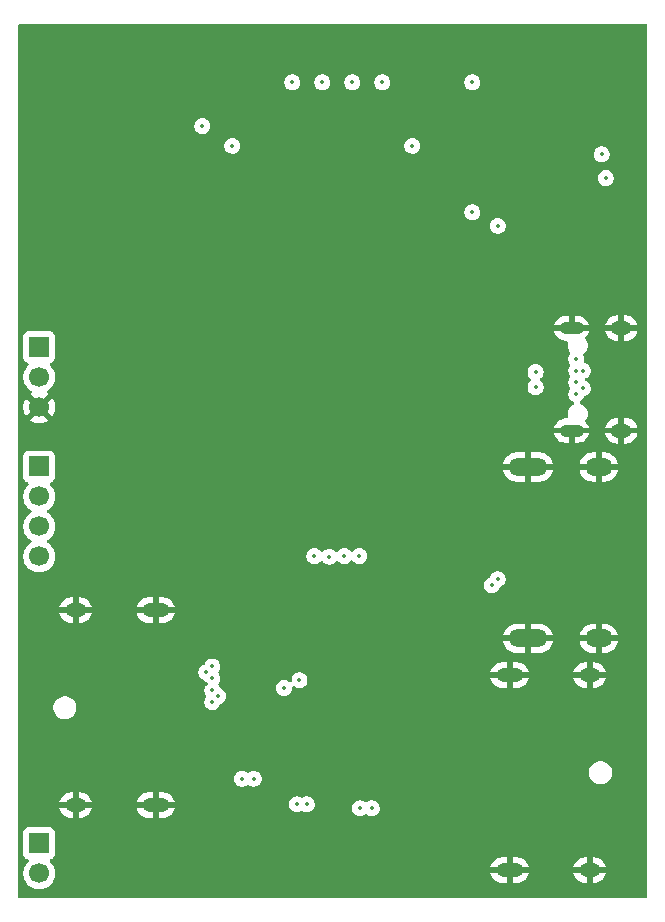
<source format=gbr>
%TF.GenerationSoftware,KiCad,Pcbnew,9.0.1*%
%TF.CreationDate,2025-08-01T22:35:38-04:00*%
%TF.ProjectId,hardwareddc-aux-breakout,68617264-7761-4726-9564-64632d617578,rev?*%
%TF.SameCoordinates,Original*%
%TF.FileFunction,Copper,L2,Inr*%
%TF.FilePolarity,Positive*%
%FSLAX46Y46*%
G04 Gerber Fmt 4.6, Leading zero omitted, Abs format (unit mm)*
G04 Created by KiCad (PCBNEW 9.0.1) date 2025-08-01 22:35:38*
%MOMM*%
%LPD*%
G01*
G04 APERTURE LIST*
%TA.AperFunction,ComponentPad*%
%ADD10O,2.300000X1.200000*%
%TD*%
%TA.AperFunction,ComponentPad*%
%ADD11O,1.800000X1.200000*%
%TD*%
%TA.AperFunction,ComponentPad*%
%ADD12R,1.700000X1.700000*%
%TD*%
%TA.AperFunction,ComponentPad*%
%ADD13C,1.700000*%
%TD*%
%TA.AperFunction,ComponentPad*%
%ADD14O,3.300000X1.500000*%
%TD*%
%TA.AperFunction,ComponentPad*%
%ADD15O,2.300000X1.500000*%
%TD*%
%TA.AperFunction,ComponentPad*%
%ADD16O,2.000000X1.100000*%
%TD*%
%TA.AperFunction,ViaPad*%
%ADD17C,0.350000*%
%TD*%
%TA.AperFunction,ViaPad*%
%ADD18C,0.800000*%
%TD*%
%TA.AperFunction,ViaPad*%
%ADD19C,1.500000*%
%TD*%
G04 APERTURE END LIST*
D10*
%TO.N,GND*%
%TO.C,J5*%
X142128200Y-122155000D03*
X142128200Y-105645000D03*
D11*
X148910000Y-122155000D03*
X148910000Y-105645000D03*
%TD*%
D12*
%TO.N,/SCL*%
%TO.C,J3*%
X102300000Y-77850000D03*
D13*
%TO.N,/SDA*%
X102300000Y-80390000D03*
%TO.N,GND*%
X102300000Y-82930000D03*
%TD*%
D12*
%TO.N,/AUX_P*%
%TO.C,J4*%
X102300000Y-119875000D03*
D13*
%TO.N,/AUX_N*%
X102300000Y-122415000D03*
%TD*%
D12*
%TO.N,/AUX_R*%
%TO.C,J1*%
X102300000Y-87968000D03*
D13*
%TO.N,/AUX_RE*%
X102300000Y-90508000D03*
%TO.N,/AUX_DE*%
X102300000Y-93048000D03*
%TO.N,/AUX_D*%
X102300000Y-95588000D03*
%TD*%
D14*
%TO.N,GND*%
%TO.C,J7*%
X143680000Y-102516667D03*
D15*
X149680000Y-102516667D03*
D14*
X143680000Y-88016667D03*
D15*
X149680000Y-88016667D03*
%TD*%
D10*
%TO.N,GND*%
%TO.C,J6*%
X112171800Y-100145000D03*
X112171800Y-116655000D03*
D11*
X105390000Y-100145000D03*
X105390000Y-116655000D03*
%TD*%
D16*
%TO.N,GND*%
%TO.C,J2*%
X147375000Y-84923667D03*
D11*
X151575000Y-84923667D03*
D16*
X147375000Y-76273667D03*
D11*
X151575000Y-76273667D03*
%TD*%
D17*
%TO.N,GND*%
X137838400Y-113400000D03*
X116461600Y-108900000D03*
D18*
X133900000Y-56850000D03*
X146600000Y-69430000D03*
D17*
X131680000Y-81200000D03*
X143001333Y-80598667D03*
D18*
X121200000Y-56850000D03*
D17*
X144075000Y-85700000D03*
D18*
X105650000Y-62540000D03*
D17*
X116461600Y-113400000D03*
D18*
X108500000Y-56850000D03*
D17*
X125595000Y-104185000D03*
D18*
X121200000Y-55650000D03*
D17*
X137838400Y-108900000D03*
D18*
X121200000Y-69430000D03*
D17*
X129405000Y-106610000D03*
X116461600Y-110400000D03*
X145825000Y-83798667D03*
D18*
X146650000Y-62540000D03*
D17*
X116461600Y-111900000D03*
D18*
X108500000Y-68230000D03*
X146600000Y-55650000D03*
D17*
X132830000Y-91892667D03*
X130685000Y-94500000D03*
X143055000Y-79348974D03*
D19*
X138480000Y-80282667D03*
D17*
X137838400Y-110400000D03*
X116461600Y-106400000D03*
X143055000Y-81848667D03*
D18*
X121200000Y-68230000D03*
X133900000Y-55650000D03*
D17*
X145835000Y-77398667D03*
D18*
X108500000Y-69430000D03*
X133900000Y-69430000D03*
X108500000Y-55650000D03*
X145450000Y-62540000D03*
X106850000Y-62540000D03*
X146600000Y-68230000D03*
D17*
X137838400Y-115900000D03*
D18*
X133900000Y-68230000D03*
D17*
X137838400Y-111900000D03*
X141120000Y-98766667D03*
D18*
X146600000Y-56850000D03*
D17*
%TO.N,/SDA*%
X118660000Y-60814000D03*
X133900000Y-60814000D03*
X140620000Y-98016667D03*
X138980000Y-55450000D03*
X138980000Y-66450000D03*
%TO.N,/AUX_D*%
X125595000Y-95550000D03*
X123740000Y-55450000D03*
%TO.N,/USB_DP*%
X148325000Y-79848667D03*
X149925000Y-61540000D03*
X147775000Y-79848667D03*
X147775000Y-80848667D03*
%TO.N,/SCL*%
X141120000Y-67590000D03*
X141120000Y-97516667D03*
X116120000Y-59144000D03*
%TO.N,/AUX_R*%
X131360000Y-55450000D03*
X129405000Y-95550000D03*
%TO.N,/AUX_DE*%
X126280000Y-55450000D03*
X126865000Y-95600000D03*
%TO.N,/AUX_RE*%
X128820000Y-55450000D03*
X128135000Y-95550000D03*
%TO.N,Net-(J2-CC1)*%
X147775000Y-81848667D03*
X144325000Y-81223667D03*
%TO.N,Net-(J2-CC2)*%
X147775000Y-78848667D03*
X144325000Y-79973974D03*
%TO.N,/AUX_N*%
X116961600Y-105900000D03*
X124961600Y-116560000D03*
%TO.N,Net-(J5-Pad19)*%
X129461600Y-116900000D03*
X116961600Y-104900000D03*
%TO.N,Net-(J5-Pad18)*%
X116461600Y-105400000D03*
X130461600Y-116900000D03*
%TO.N,/AUX_P*%
X124340000Y-106065000D03*
X116961600Y-106900000D03*
X123020000Y-106735000D03*
X124141600Y-116560000D03*
%TO.N,Net-(J5-Pad14)*%
X119461600Y-114399732D03*
X117461600Y-107400000D03*
%TO.N,Net-(J5-Pad13)*%
X116961600Y-107900000D03*
X120461600Y-114400000D03*
%TO.N,/USB_DN*%
X150275000Y-63540000D03*
X148325000Y-81348667D03*
%TD*%
%TA.AperFunction,Conductor*%
%TO.N,GND*%
G36*
X153742539Y-50520185D02*
G01*
X153788294Y-50572989D01*
X153799500Y-50624500D01*
X153799500Y-124375500D01*
X153779815Y-124442539D01*
X153727011Y-124488294D01*
X153675500Y-124499500D01*
X100624500Y-124499500D01*
X100557461Y-124479815D01*
X100511706Y-124427011D01*
X100500500Y-124375500D01*
X100500500Y-118977135D01*
X100949500Y-118977135D01*
X100949500Y-120772870D01*
X100949501Y-120772876D01*
X100955908Y-120832483D01*
X101006202Y-120967328D01*
X101006206Y-120967335D01*
X101092452Y-121082544D01*
X101092455Y-121082547D01*
X101207664Y-121168793D01*
X101207671Y-121168797D01*
X101339082Y-121217810D01*
X101395016Y-121259681D01*
X101419433Y-121325145D01*
X101404582Y-121393418D01*
X101383431Y-121421673D01*
X101269889Y-121535215D01*
X101144951Y-121707179D01*
X101048444Y-121896585D01*
X100982753Y-122098760D01*
X100949500Y-122308713D01*
X100949500Y-122521287D01*
X100982754Y-122731243D01*
X100982845Y-122731524D01*
X101048444Y-122933414D01*
X101144951Y-123122820D01*
X101269890Y-123294786D01*
X101420213Y-123445109D01*
X101592179Y-123570048D01*
X101592181Y-123570049D01*
X101592184Y-123570051D01*
X101781588Y-123666557D01*
X101983757Y-123732246D01*
X102193713Y-123765500D01*
X102193714Y-123765500D01*
X102406286Y-123765500D01*
X102406287Y-123765500D01*
X102616243Y-123732246D01*
X102818412Y-123666557D01*
X103007816Y-123570051D01*
X103029789Y-123554086D01*
X103179786Y-123445109D01*
X103179788Y-123445106D01*
X103179792Y-123445104D01*
X103330104Y-123294792D01*
X103330106Y-123294788D01*
X103330109Y-123294786D01*
X103455048Y-123122820D01*
X103455047Y-123122820D01*
X103455051Y-123122816D01*
X103551557Y-122933412D01*
X103617246Y-122731243D01*
X103650500Y-122521287D01*
X103650500Y-122308713D01*
X103617246Y-122098757D01*
X103554290Y-121904999D01*
X140504084Y-121904999D01*
X140504085Y-121905000D01*
X141411212Y-121905000D01*
X141393995Y-121914940D01*
X141338140Y-121970795D01*
X141298644Y-122039204D01*
X141278200Y-122115504D01*
X141278200Y-122194496D01*
X141298644Y-122270796D01*
X141338140Y-122339205D01*
X141393995Y-122395060D01*
X141411212Y-122405000D01*
X140504085Y-122405000D01*
X140505285Y-122412584D01*
X140558791Y-122577255D01*
X140637395Y-122731524D01*
X140739167Y-122871602D01*
X140861597Y-122994032D01*
X141001675Y-123095804D01*
X141155942Y-123174408D01*
X141320615Y-123227914D01*
X141491629Y-123255000D01*
X141878200Y-123255000D01*
X141878200Y-122455000D01*
X142378200Y-122455000D01*
X142378200Y-123255000D01*
X142764771Y-123255000D01*
X142935784Y-123227914D01*
X143100457Y-123174408D01*
X143254724Y-123095804D01*
X143394802Y-122994032D01*
X143517232Y-122871602D01*
X143619004Y-122731524D01*
X143697608Y-122577255D01*
X143751114Y-122412584D01*
X143752315Y-122405000D01*
X142845188Y-122405000D01*
X142862405Y-122395060D01*
X142918260Y-122339205D01*
X142957756Y-122270796D01*
X142978200Y-122194496D01*
X142978200Y-122115504D01*
X142957756Y-122039204D01*
X142918260Y-121970795D01*
X142862405Y-121914940D01*
X142845188Y-121905000D01*
X143752315Y-121905000D01*
X143752315Y-121904999D01*
X147535884Y-121904999D01*
X147535885Y-121905000D01*
X148443012Y-121905000D01*
X148425795Y-121914940D01*
X148369940Y-121970795D01*
X148330444Y-122039204D01*
X148310000Y-122115504D01*
X148310000Y-122194496D01*
X148330444Y-122270796D01*
X148369940Y-122339205D01*
X148425795Y-122395060D01*
X148443012Y-122405000D01*
X147535885Y-122405000D01*
X147537085Y-122412584D01*
X147590591Y-122577255D01*
X147669195Y-122731524D01*
X147770967Y-122871602D01*
X147893397Y-122994032D01*
X148033475Y-123095804D01*
X148187742Y-123174408D01*
X148352415Y-123227914D01*
X148523429Y-123255000D01*
X148660000Y-123255000D01*
X148660000Y-122455000D01*
X149160000Y-122455000D01*
X149160000Y-123255000D01*
X149296571Y-123255000D01*
X149467584Y-123227914D01*
X149632257Y-123174408D01*
X149786524Y-123095804D01*
X149926602Y-122994032D01*
X150049032Y-122871602D01*
X150150804Y-122731524D01*
X150229408Y-122577255D01*
X150282914Y-122412584D01*
X150284115Y-122405000D01*
X149376988Y-122405000D01*
X149394205Y-122395060D01*
X149450060Y-122339205D01*
X149489556Y-122270796D01*
X149510000Y-122194496D01*
X149510000Y-122115504D01*
X149489556Y-122039204D01*
X149450060Y-121970795D01*
X149394205Y-121914940D01*
X149376988Y-121905000D01*
X150284115Y-121905000D01*
X150284115Y-121904999D01*
X150282914Y-121897415D01*
X150229408Y-121732744D01*
X150150804Y-121578475D01*
X150049032Y-121438397D01*
X149926602Y-121315967D01*
X149786524Y-121214195D01*
X149632257Y-121135591D01*
X149467584Y-121082085D01*
X149296571Y-121055000D01*
X149160000Y-121055000D01*
X149160000Y-121855000D01*
X148660000Y-121855000D01*
X148660000Y-121055000D01*
X148523429Y-121055000D01*
X148352415Y-121082085D01*
X148187742Y-121135591D01*
X148033475Y-121214195D01*
X147893397Y-121315967D01*
X147770967Y-121438397D01*
X147669195Y-121578475D01*
X147590591Y-121732744D01*
X147537085Y-121897415D01*
X147535884Y-121904999D01*
X143752315Y-121904999D01*
X143751114Y-121897415D01*
X143697608Y-121732744D01*
X143619004Y-121578475D01*
X143517232Y-121438397D01*
X143394802Y-121315967D01*
X143254724Y-121214195D01*
X143100457Y-121135591D01*
X142935784Y-121082085D01*
X142764771Y-121055000D01*
X142378200Y-121055000D01*
X142378200Y-121855000D01*
X141878200Y-121855000D01*
X141878200Y-121055000D01*
X141491629Y-121055000D01*
X141320615Y-121082085D01*
X141155942Y-121135591D01*
X141001675Y-121214195D01*
X140861597Y-121315967D01*
X140739167Y-121438397D01*
X140637395Y-121578475D01*
X140558791Y-121732744D01*
X140505285Y-121897415D01*
X140504084Y-121904999D01*
X103554290Y-121904999D01*
X103551557Y-121896588D01*
X103455051Y-121707184D01*
X103455049Y-121707181D01*
X103455048Y-121707179D01*
X103330109Y-121535213D01*
X103216569Y-121421673D01*
X103183084Y-121360350D01*
X103188068Y-121290658D01*
X103229940Y-121234725D01*
X103260915Y-121217810D01*
X103392331Y-121168796D01*
X103507546Y-121082546D01*
X103593796Y-120967331D01*
X103644091Y-120832483D01*
X103650500Y-120772873D01*
X103650499Y-118977128D01*
X103644091Y-118917517D01*
X103593796Y-118782669D01*
X103593795Y-118782668D01*
X103593793Y-118782664D01*
X103507547Y-118667455D01*
X103507544Y-118667452D01*
X103392335Y-118581206D01*
X103392328Y-118581202D01*
X103257482Y-118530908D01*
X103257483Y-118530908D01*
X103197883Y-118524501D01*
X103197881Y-118524500D01*
X103197873Y-118524500D01*
X103197864Y-118524500D01*
X101402129Y-118524500D01*
X101402123Y-118524501D01*
X101342516Y-118530908D01*
X101207671Y-118581202D01*
X101207664Y-118581206D01*
X101092455Y-118667452D01*
X101092452Y-118667455D01*
X101006206Y-118782664D01*
X101006202Y-118782671D01*
X100955908Y-118917517D01*
X100949501Y-118977116D01*
X100949501Y-118977123D01*
X100949500Y-118977135D01*
X100500500Y-118977135D01*
X100500500Y-116404999D01*
X104015884Y-116404999D01*
X104015885Y-116405000D01*
X104923012Y-116405000D01*
X104905795Y-116414940D01*
X104849940Y-116470795D01*
X104810444Y-116539204D01*
X104790000Y-116615504D01*
X104790000Y-116694496D01*
X104810444Y-116770796D01*
X104849940Y-116839205D01*
X104905795Y-116895060D01*
X104923012Y-116905000D01*
X104015885Y-116905000D01*
X104017085Y-116912584D01*
X104070591Y-117077255D01*
X104149195Y-117231524D01*
X104250967Y-117371602D01*
X104373397Y-117494032D01*
X104513475Y-117595804D01*
X104667742Y-117674408D01*
X104832415Y-117727914D01*
X105003429Y-117755000D01*
X105140000Y-117755000D01*
X105140000Y-116955000D01*
X105640000Y-116955000D01*
X105640000Y-117755000D01*
X105776571Y-117755000D01*
X105947584Y-117727914D01*
X106112257Y-117674408D01*
X106266524Y-117595804D01*
X106406602Y-117494032D01*
X106529032Y-117371602D01*
X106630804Y-117231524D01*
X106709408Y-117077255D01*
X106762914Y-116912584D01*
X106764115Y-116905000D01*
X105856988Y-116905000D01*
X105874205Y-116895060D01*
X105930060Y-116839205D01*
X105969556Y-116770796D01*
X105990000Y-116694496D01*
X105990000Y-116615504D01*
X105969556Y-116539204D01*
X105930060Y-116470795D01*
X105874205Y-116414940D01*
X105856988Y-116405000D01*
X106764115Y-116405000D01*
X106764115Y-116404999D01*
X110547684Y-116404999D01*
X110547685Y-116405000D01*
X111454812Y-116405000D01*
X111437595Y-116414940D01*
X111381740Y-116470795D01*
X111342244Y-116539204D01*
X111321800Y-116615504D01*
X111321800Y-116694496D01*
X111342244Y-116770796D01*
X111381740Y-116839205D01*
X111437595Y-116895060D01*
X111454812Y-116905000D01*
X110547685Y-116905000D01*
X110548885Y-116912584D01*
X110602391Y-117077255D01*
X110680995Y-117231524D01*
X110782767Y-117371602D01*
X110905197Y-117494032D01*
X111045275Y-117595804D01*
X111199542Y-117674408D01*
X111364215Y-117727914D01*
X111535229Y-117755000D01*
X111921800Y-117755000D01*
X111921800Y-116955000D01*
X112421800Y-116955000D01*
X112421800Y-117755000D01*
X112808371Y-117755000D01*
X112979384Y-117727914D01*
X113144057Y-117674408D01*
X113298324Y-117595804D01*
X113438402Y-117494032D01*
X113560832Y-117371602D01*
X113662604Y-117231524D01*
X113741208Y-117077255D01*
X113794714Y-116912584D01*
X113795915Y-116905000D01*
X112888788Y-116905000D01*
X112906005Y-116895060D01*
X112961860Y-116839205D01*
X113001356Y-116770796D01*
X113021800Y-116694496D01*
X113021800Y-116626533D01*
X123466099Y-116626533D01*
X123492058Y-116757030D01*
X123492061Y-116757040D01*
X123542976Y-116879961D01*
X123542986Y-116879979D01*
X123616901Y-116990601D01*
X123616907Y-116990609D01*
X123710990Y-117084692D01*
X123710998Y-117084698D01*
X123821620Y-117158613D01*
X123821623Y-117158614D01*
X123821631Y-117158620D01*
X123944564Y-117209540D01*
X123944568Y-117209540D01*
X123944569Y-117209541D01*
X124075066Y-117235500D01*
X124075069Y-117235500D01*
X124208133Y-117235500D01*
X124295925Y-117218035D01*
X124338636Y-117209540D01*
X124461569Y-117158620D01*
X124482708Y-117144494D01*
X124549385Y-117123617D01*
X124616766Y-117142101D01*
X124620479Y-117144486D01*
X124641631Y-117158620D01*
X124641633Y-117158621D01*
X124641637Y-117158623D01*
X124764559Y-117209538D01*
X124764564Y-117209540D01*
X124764568Y-117209540D01*
X124764569Y-117209541D01*
X124895066Y-117235500D01*
X124895069Y-117235500D01*
X125028133Y-117235500D01*
X125115925Y-117218035D01*
X125158636Y-117209540D01*
X125281569Y-117158620D01*
X125392206Y-117084695D01*
X125486295Y-116990606D01*
X125502380Y-116966533D01*
X128786099Y-116966533D01*
X128812058Y-117097030D01*
X128812061Y-117097040D01*
X128862976Y-117219961D01*
X128862986Y-117219979D01*
X128936901Y-117330601D01*
X128936907Y-117330609D01*
X129030990Y-117424692D01*
X129030998Y-117424698D01*
X129141620Y-117498613D01*
X129141623Y-117498614D01*
X129141631Y-117498620D01*
X129264564Y-117549540D01*
X129264568Y-117549540D01*
X129264569Y-117549541D01*
X129395066Y-117575500D01*
X129395069Y-117575500D01*
X129528133Y-117575500D01*
X129615925Y-117558035D01*
X129658636Y-117549540D01*
X129781569Y-117498620D01*
X129814355Y-117476712D01*
X129892710Y-117424359D01*
X129959387Y-117403481D01*
X130026767Y-117421966D01*
X130030490Y-117424359D01*
X130141620Y-117498613D01*
X130141623Y-117498614D01*
X130141631Y-117498620D01*
X130264564Y-117549540D01*
X130264568Y-117549540D01*
X130264569Y-117549541D01*
X130395066Y-117575500D01*
X130395069Y-117575500D01*
X130528133Y-117575500D01*
X130615925Y-117558035D01*
X130658636Y-117549540D01*
X130781569Y-117498620D01*
X130892206Y-117424695D01*
X130986295Y-117330606D01*
X131060220Y-117219969D01*
X131111140Y-117097036D01*
X131119635Y-117054325D01*
X131137100Y-116966533D01*
X131137100Y-116833466D01*
X131111141Y-116702969D01*
X131111140Y-116702968D01*
X131111140Y-116702964D01*
X131111138Y-116702959D01*
X131060223Y-116580038D01*
X131060222Y-116580037D01*
X131060220Y-116580031D01*
X131032940Y-116539204D01*
X130986298Y-116469398D01*
X130986292Y-116469390D01*
X130892209Y-116375307D01*
X130892201Y-116375301D01*
X130781579Y-116301386D01*
X130781572Y-116301382D01*
X130781569Y-116301380D01*
X130781565Y-116301378D01*
X130781561Y-116301376D01*
X130658640Y-116250461D01*
X130658630Y-116250458D01*
X130528133Y-116224500D01*
X130528131Y-116224500D01*
X130395069Y-116224500D01*
X130395067Y-116224500D01*
X130264569Y-116250458D01*
X130264559Y-116250461D01*
X130141638Y-116301376D01*
X130141627Y-116301382D01*
X130030490Y-116375641D01*
X129963812Y-116396518D01*
X129896432Y-116378033D01*
X129892710Y-116375641D01*
X129781572Y-116301382D01*
X129781571Y-116301381D01*
X129781569Y-116301380D01*
X129781566Y-116301378D01*
X129781561Y-116301376D01*
X129658640Y-116250461D01*
X129658630Y-116250458D01*
X129528133Y-116224500D01*
X129528131Y-116224500D01*
X129395069Y-116224500D01*
X129395067Y-116224500D01*
X129264569Y-116250458D01*
X129264559Y-116250461D01*
X129141638Y-116301376D01*
X129141620Y-116301386D01*
X129030998Y-116375301D01*
X129030990Y-116375307D01*
X128936907Y-116469390D01*
X128936901Y-116469398D01*
X128862986Y-116580020D01*
X128862976Y-116580038D01*
X128812061Y-116702959D01*
X128812058Y-116702969D01*
X128786100Y-116833466D01*
X128786100Y-116833469D01*
X128786100Y-116966531D01*
X128786100Y-116966533D01*
X128786099Y-116966533D01*
X125502380Y-116966533D01*
X125560220Y-116879969D01*
X125611140Y-116757036D01*
X125621897Y-116702959D01*
X125637100Y-116626533D01*
X125637100Y-116493466D01*
X125611141Y-116362969D01*
X125611140Y-116362968D01*
X125611140Y-116362964D01*
X125560220Y-116240031D01*
X125486295Y-116129394D01*
X125486292Y-116129390D01*
X125392209Y-116035307D01*
X125392201Y-116035301D01*
X125281579Y-115961386D01*
X125281572Y-115961382D01*
X125281569Y-115961380D01*
X125281565Y-115961378D01*
X125281561Y-115961376D01*
X125158640Y-115910461D01*
X125158630Y-115910458D01*
X125028133Y-115884500D01*
X125028131Y-115884500D01*
X124895069Y-115884500D01*
X124895067Y-115884500D01*
X124764569Y-115910458D01*
X124764559Y-115910461D01*
X124641638Y-115961376D01*
X124641626Y-115961383D01*
X124620487Y-115975507D01*
X124553809Y-115996382D01*
X124486430Y-115977895D01*
X124482713Y-115975507D01*
X124467802Y-115965545D01*
X124461569Y-115961380D01*
X124461565Y-115961378D01*
X124461561Y-115961376D01*
X124338640Y-115910461D01*
X124338630Y-115910458D01*
X124208133Y-115884500D01*
X124208131Y-115884500D01*
X124075069Y-115884500D01*
X124075067Y-115884500D01*
X123944569Y-115910458D01*
X123944559Y-115910461D01*
X123821638Y-115961376D01*
X123821620Y-115961386D01*
X123710998Y-116035301D01*
X123710990Y-116035307D01*
X123616907Y-116129390D01*
X123616901Y-116129398D01*
X123542986Y-116240020D01*
X123542976Y-116240038D01*
X123492061Y-116362959D01*
X123492058Y-116362969D01*
X123466100Y-116493466D01*
X123466100Y-116493469D01*
X123466100Y-116626531D01*
X123466100Y-116626533D01*
X123466099Y-116626533D01*
X113021800Y-116626533D01*
X113021800Y-116615504D01*
X113001356Y-116539204D01*
X112961860Y-116470795D01*
X112906005Y-116414940D01*
X112888788Y-116405000D01*
X113795915Y-116405000D01*
X113795915Y-116404999D01*
X113794714Y-116397415D01*
X113741208Y-116232744D01*
X113662604Y-116078475D01*
X113560832Y-115938397D01*
X113438402Y-115815967D01*
X113298324Y-115714195D01*
X113144057Y-115635591D01*
X112979384Y-115582085D01*
X112808371Y-115555000D01*
X112421800Y-115555000D01*
X112421800Y-116355000D01*
X111921800Y-116355000D01*
X111921800Y-115555000D01*
X111535229Y-115555000D01*
X111364215Y-115582085D01*
X111199542Y-115635591D01*
X111045275Y-115714195D01*
X110905197Y-115815967D01*
X110782767Y-115938397D01*
X110680995Y-116078475D01*
X110602391Y-116232744D01*
X110548885Y-116397415D01*
X110547684Y-116404999D01*
X106764115Y-116404999D01*
X106762914Y-116397415D01*
X106709408Y-116232744D01*
X106630804Y-116078475D01*
X106529032Y-115938397D01*
X106406602Y-115815967D01*
X106266524Y-115714195D01*
X106112257Y-115635591D01*
X105947584Y-115582085D01*
X105776571Y-115555000D01*
X105640000Y-115555000D01*
X105640000Y-116355000D01*
X105140000Y-116355000D01*
X105140000Y-115555000D01*
X105003429Y-115555000D01*
X104832415Y-115582085D01*
X104667742Y-115635591D01*
X104513475Y-115714195D01*
X104373397Y-115815967D01*
X104250967Y-115938397D01*
X104149195Y-116078475D01*
X104070591Y-116232744D01*
X104017085Y-116397415D01*
X104015884Y-116404999D01*
X100500500Y-116404999D01*
X100500500Y-114466265D01*
X118786099Y-114466265D01*
X118812058Y-114596762D01*
X118812061Y-114596772D01*
X118862976Y-114719693D01*
X118862986Y-114719711D01*
X118936901Y-114830333D01*
X118936907Y-114830341D01*
X119030990Y-114924424D01*
X119030998Y-114924430D01*
X119141620Y-114998345D01*
X119141623Y-114998346D01*
X119141631Y-114998352D01*
X119264564Y-115049272D01*
X119264568Y-115049272D01*
X119264569Y-115049273D01*
X119395066Y-115075232D01*
X119395069Y-115075232D01*
X119528133Y-115075232D01*
X119615925Y-115057767D01*
X119658636Y-115049272D01*
X119781569Y-114998352D01*
X119892206Y-114924427D01*
X119892206Y-114924426D01*
X119892508Y-114924225D01*
X119959186Y-114903347D01*
X120026566Y-114921832D01*
X120030289Y-114924224D01*
X120030994Y-114924695D01*
X120141631Y-114998620D01*
X120264564Y-115049540D01*
X120264568Y-115049540D01*
X120264569Y-115049541D01*
X120395066Y-115075500D01*
X120395069Y-115075500D01*
X120528133Y-115075500D01*
X120615925Y-115058035D01*
X120658636Y-115049540D01*
X120781569Y-114998620D01*
X120892206Y-114924695D01*
X120986295Y-114830606D01*
X121060220Y-114719969D01*
X121111140Y-114597036D01*
X121126236Y-114521147D01*
X121137100Y-114466533D01*
X121137100Y-114333466D01*
X121111141Y-114202969D01*
X121111140Y-114202968D01*
X121111140Y-114202964D01*
X121060220Y-114080031D01*
X121004052Y-113995970D01*
X120986298Y-113969398D01*
X120986292Y-113969390D01*
X120892209Y-113875307D01*
X120892201Y-113875301D01*
X120785529Y-113804025D01*
X148850000Y-113804025D01*
X148850000Y-113995974D01*
X148887443Y-114184214D01*
X148887445Y-114184222D01*
X148960896Y-114361548D01*
X148960901Y-114361558D01*
X149067533Y-114521143D01*
X149067536Y-114521147D01*
X149203252Y-114656863D01*
X149203256Y-114656866D01*
X149362841Y-114763498D01*
X149362845Y-114763500D01*
X149362848Y-114763502D01*
X149540178Y-114836955D01*
X149728425Y-114874399D01*
X149728429Y-114874400D01*
X149728430Y-114874400D01*
X149920371Y-114874400D01*
X149920372Y-114874399D01*
X150108622Y-114836955D01*
X150285952Y-114763502D01*
X150445544Y-114656866D01*
X150581266Y-114521144D01*
X150687902Y-114361552D01*
X150761355Y-114184222D01*
X150798800Y-113995970D01*
X150798800Y-113804030D01*
X150761355Y-113615778D01*
X150687902Y-113438448D01*
X150687900Y-113438445D01*
X150687898Y-113438441D01*
X150581266Y-113278856D01*
X150581263Y-113278852D01*
X150445547Y-113143136D01*
X150445543Y-113143133D01*
X150285958Y-113036501D01*
X150285948Y-113036496D01*
X150108622Y-112963045D01*
X150108614Y-112963043D01*
X149920374Y-112925600D01*
X149920370Y-112925600D01*
X149728430Y-112925600D01*
X149728425Y-112925600D01*
X149540185Y-112963043D01*
X149540177Y-112963045D01*
X149362851Y-113036496D01*
X149362841Y-113036501D01*
X149203256Y-113143133D01*
X149203252Y-113143136D01*
X149067536Y-113278852D01*
X149067533Y-113278856D01*
X148960901Y-113438441D01*
X148960896Y-113438451D01*
X148887445Y-113615777D01*
X148887443Y-113615785D01*
X148850000Y-113804025D01*
X120785529Y-113804025D01*
X120781579Y-113801386D01*
X120781572Y-113801382D01*
X120781569Y-113801380D01*
X120781565Y-113801378D01*
X120781561Y-113801376D01*
X120658640Y-113750461D01*
X120658630Y-113750458D01*
X120528133Y-113724500D01*
X120528131Y-113724500D01*
X120395069Y-113724500D01*
X120395067Y-113724500D01*
X120264569Y-113750458D01*
X120264559Y-113750461D01*
X120141638Y-113801376D01*
X120141627Y-113801382D01*
X120030690Y-113875507D01*
X119964012Y-113896384D01*
X119896632Y-113877899D01*
X119892910Y-113875507D01*
X119781572Y-113801114D01*
X119781571Y-113801113D01*
X119781569Y-113801112D01*
X119781566Y-113801110D01*
X119781561Y-113801108D01*
X119658640Y-113750193D01*
X119658630Y-113750190D01*
X119528133Y-113724232D01*
X119528131Y-113724232D01*
X119395069Y-113724232D01*
X119395067Y-113724232D01*
X119264569Y-113750190D01*
X119264559Y-113750193D01*
X119141638Y-113801108D01*
X119141620Y-113801118D01*
X119030998Y-113875033D01*
X119030990Y-113875039D01*
X118936907Y-113969122D01*
X118936901Y-113969130D01*
X118862986Y-114079752D01*
X118862976Y-114079770D01*
X118812061Y-114202691D01*
X118812058Y-114202701D01*
X118786100Y-114333198D01*
X118786100Y-114333201D01*
X118786100Y-114466263D01*
X118786100Y-114466265D01*
X118786099Y-114466265D01*
X100500500Y-114466265D01*
X100500500Y-108304025D01*
X103501200Y-108304025D01*
X103501200Y-108495974D01*
X103538643Y-108684214D01*
X103538645Y-108684222D01*
X103612096Y-108861548D01*
X103612101Y-108861558D01*
X103718733Y-109021143D01*
X103718736Y-109021147D01*
X103854452Y-109156863D01*
X103854456Y-109156866D01*
X104014041Y-109263498D01*
X104014045Y-109263500D01*
X104014048Y-109263502D01*
X104191378Y-109336955D01*
X104379625Y-109374399D01*
X104379629Y-109374400D01*
X104379630Y-109374400D01*
X104571571Y-109374400D01*
X104571572Y-109374399D01*
X104759822Y-109336955D01*
X104937152Y-109263502D01*
X105096744Y-109156866D01*
X105232466Y-109021144D01*
X105339102Y-108861552D01*
X105412555Y-108684222D01*
X105450000Y-108495970D01*
X105450000Y-108304030D01*
X105412555Y-108115778D01*
X105339102Y-107938448D01*
X105339100Y-107938445D01*
X105339098Y-107938441D01*
X105232466Y-107778856D01*
X105232463Y-107778852D01*
X105096747Y-107643136D01*
X105096743Y-107643133D01*
X104937158Y-107536501D01*
X104937148Y-107536496D01*
X104759822Y-107463045D01*
X104759814Y-107463043D01*
X104571574Y-107425600D01*
X104571570Y-107425600D01*
X104379630Y-107425600D01*
X104379625Y-107425600D01*
X104191385Y-107463043D01*
X104191377Y-107463045D01*
X104014051Y-107536496D01*
X104014041Y-107536501D01*
X103854456Y-107643133D01*
X103854452Y-107643136D01*
X103718736Y-107778852D01*
X103718733Y-107778856D01*
X103612101Y-107938441D01*
X103612096Y-107938451D01*
X103538645Y-108115777D01*
X103538643Y-108115785D01*
X103501200Y-108304025D01*
X100500500Y-108304025D01*
X100500500Y-105466533D01*
X115786099Y-105466533D01*
X115812058Y-105597030D01*
X115812061Y-105597040D01*
X115862976Y-105719961D01*
X115862986Y-105719979D01*
X115936901Y-105830601D01*
X115936907Y-105830609D01*
X116030990Y-105924692D01*
X116030998Y-105924698D01*
X116141620Y-105998613D01*
X116141623Y-105998614D01*
X116141631Y-105998620D01*
X116250695Y-106043795D01*
X116305099Y-106087635D01*
X116317804Y-106110904D01*
X116362976Y-106219961D01*
X116362982Y-106219972D01*
X116437241Y-106331110D01*
X116458118Y-106397788D01*
X116439633Y-106465168D01*
X116437241Y-106468890D01*
X116362982Y-106580027D01*
X116362976Y-106580038D01*
X116312061Y-106702959D01*
X116312058Y-106702969D01*
X116286100Y-106833466D01*
X116286100Y-106833469D01*
X116286100Y-106966531D01*
X116286100Y-106966533D01*
X116286099Y-106966533D01*
X116312058Y-107097030D01*
X116312061Y-107097040D01*
X116362976Y-107219961D01*
X116362982Y-107219972D01*
X116437241Y-107331110D01*
X116458118Y-107397788D01*
X116439633Y-107465168D01*
X116437241Y-107468890D01*
X116362982Y-107580027D01*
X116362976Y-107580038D01*
X116312061Y-107702959D01*
X116312058Y-107702969D01*
X116286100Y-107833466D01*
X116286100Y-107833469D01*
X116286100Y-107966531D01*
X116286100Y-107966533D01*
X116286099Y-107966533D01*
X116312058Y-108097030D01*
X116312061Y-108097040D01*
X116362976Y-108219961D01*
X116362986Y-108219979D01*
X116436901Y-108330601D01*
X116436907Y-108330609D01*
X116530990Y-108424692D01*
X116530998Y-108424698D01*
X116641620Y-108498613D01*
X116641623Y-108498614D01*
X116641631Y-108498620D01*
X116764564Y-108549540D01*
X116764568Y-108549540D01*
X116764569Y-108549541D01*
X116895066Y-108575500D01*
X116895069Y-108575500D01*
X117028133Y-108575500D01*
X117115925Y-108558035D01*
X117158636Y-108549540D01*
X117281569Y-108498620D01*
X117392206Y-108424695D01*
X117486295Y-108330606D01*
X117560220Y-108219969D01*
X117605397Y-108110899D01*
X117649235Y-108056501D01*
X117672490Y-108043801D01*
X117781569Y-107998620D01*
X117892206Y-107924695D01*
X117986295Y-107830606D01*
X118060220Y-107719969D01*
X118111140Y-107597036D01*
X118123183Y-107536496D01*
X118137100Y-107466533D01*
X118137100Y-107333466D01*
X118111141Y-107202969D01*
X118111140Y-107202968D01*
X118111140Y-107202964D01*
X118060220Y-107080031D01*
X118043474Y-107054969D01*
X117986298Y-106969398D01*
X117986292Y-106969390D01*
X117892209Y-106875307D01*
X117892201Y-106875301D01*
X117781799Y-106801533D01*
X122344499Y-106801533D01*
X122370458Y-106932030D01*
X122370461Y-106932040D01*
X122421376Y-107054961D01*
X122421386Y-107054979D01*
X122495301Y-107165601D01*
X122495307Y-107165609D01*
X122589390Y-107259692D01*
X122589398Y-107259698D01*
X122700020Y-107333613D01*
X122700023Y-107333614D01*
X122700031Y-107333620D01*
X122822964Y-107384540D01*
X122822968Y-107384540D01*
X122822969Y-107384541D01*
X122953466Y-107410500D01*
X122953469Y-107410500D01*
X123086533Y-107410500D01*
X123174325Y-107393035D01*
X123217036Y-107384540D01*
X123339969Y-107333620D01*
X123450606Y-107259695D01*
X123544695Y-107165606D01*
X123618620Y-107054969D01*
X123669540Y-106932036D01*
X123695500Y-106801531D01*
X123695500Y-106675164D01*
X123715185Y-106608125D01*
X123767989Y-106562370D01*
X123837147Y-106552426D01*
X123900703Y-106581451D01*
X123907181Y-106587483D01*
X123909390Y-106589692D01*
X123909398Y-106589698D01*
X124020020Y-106663613D01*
X124020023Y-106663614D01*
X124020031Y-106663620D01*
X124020037Y-106663622D01*
X124020038Y-106663623D01*
X124142959Y-106714538D01*
X124142964Y-106714540D01*
X124142968Y-106714540D01*
X124142969Y-106714541D01*
X124273466Y-106740500D01*
X124273469Y-106740500D01*
X124406533Y-106740500D01*
X124520074Y-106717914D01*
X124537036Y-106714540D01*
X124659969Y-106663620D01*
X124770606Y-106589695D01*
X124864695Y-106495606D01*
X124938620Y-106384969D01*
X124989540Y-106262036D01*
X124999831Y-106210301D01*
X125015500Y-106131533D01*
X125015500Y-105998466D01*
X124992358Y-105882127D01*
X124989540Y-105867966D01*
X124989540Y-105867964D01*
X124938620Y-105745031D01*
X124921874Y-105719969D01*
X124864698Y-105634398D01*
X124864692Y-105634390D01*
X124770609Y-105540307D01*
X124770605Y-105540304D01*
X124762917Y-105535167D01*
X124659972Y-105466382D01*
X124659971Y-105466381D01*
X124659969Y-105466380D01*
X124659966Y-105466378D01*
X124659961Y-105466376D01*
X124537040Y-105415461D01*
X124537030Y-105415458D01*
X124434178Y-105394999D01*
X140504084Y-105394999D01*
X140504085Y-105395000D01*
X141411212Y-105395000D01*
X141393995Y-105404940D01*
X141338140Y-105460795D01*
X141298644Y-105529204D01*
X141278200Y-105605504D01*
X141278200Y-105684496D01*
X141298644Y-105760796D01*
X141338140Y-105829205D01*
X141393995Y-105885060D01*
X141411212Y-105895000D01*
X140504085Y-105895000D01*
X140505285Y-105902584D01*
X140558791Y-106067255D01*
X140637395Y-106221524D01*
X140739167Y-106361602D01*
X140861597Y-106484032D01*
X141001675Y-106585804D01*
X141155942Y-106664408D01*
X141320615Y-106717914D01*
X141491629Y-106745000D01*
X141878200Y-106745000D01*
X141878200Y-105945000D01*
X142378200Y-105945000D01*
X142378200Y-106745000D01*
X142764771Y-106745000D01*
X142935784Y-106717914D01*
X143100457Y-106664408D01*
X143254724Y-106585804D01*
X143394802Y-106484032D01*
X143517232Y-106361602D01*
X143619004Y-106221524D01*
X143697608Y-106067255D01*
X143751114Y-105902584D01*
X143752315Y-105895000D01*
X142845188Y-105895000D01*
X142862405Y-105885060D01*
X142918260Y-105829205D01*
X142957756Y-105760796D01*
X142978200Y-105684496D01*
X142978200Y-105605504D01*
X142957756Y-105529204D01*
X142918260Y-105460795D01*
X142862405Y-105404940D01*
X142845188Y-105395000D01*
X143752315Y-105395000D01*
X143752315Y-105394999D01*
X147535884Y-105394999D01*
X147535885Y-105395000D01*
X148443012Y-105395000D01*
X148425795Y-105404940D01*
X148369940Y-105460795D01*
X148330444Y-105529204D01*
X148310000Y-105605504D01*
X148310000Y-105684496D01*
X148330444Y-105760796D01*
X148369940Y-105829205D01*
X148425795Y-105885060D01*
X148443012Y-105895000D01*
X147535885Y-105895000D01*
X147537085Y-105902584D01*
X147590591Y-106067255D01*
X147669195Y-106221524D01*
X147770967Y-106361602D01*
X147893397Y-106484032D01*
X148033475Y-106585804D01*
X148187742Y-106664408D01*
X148352415Y-106717914D01*
X148523429Y-106745000D01*
X148660000Y-106745000D01*
X148660000Y-105945000D01*
X149160000Y-105945000D01*
X149160000Y-106745000D01*
X149296571Y-106745000D01*
X149467584Y-106717914D01*
X149632257Y-106664408D01*
X149786524Y-106585804D01*
X149926602Y-106484032D01*
X150049032Y-106361602D01*
X150150804Y-106221524D01*
X150229408Y-106067255D01*
X150282914Y-105902584D01*
X150284115Y-105895000D01*
X149376988Y-105895000D01*
X149394205Y-105885060D01*
X149450060Y-105829205D01*
X149489556Y-105760796D01*
X149510000Y-105684496D01*
X149510000Y-105605504D01*
X149489556Y-105529204D01*
X149450060Y-105460795D01*
X149394205Y-105404940D01*
X149376988Y-105395000D01*
X150284115Y-105395000D01*
X150284115Y-105394999D01*
X150282914Y-105387415D01*
X150229408Y-105222744D01*
X150150804Y-105068475D01*
X150049032Y-104928397D01*
X149926602Y-104805967D01*
X149786524Y-104704195D01*
X149632257Y-104625591D01*
X149467584Y-104572085D01*
X149296571Y-104545000D01*
X149160000Y-104545000D01*
X149160000Y-105345000D01*
X148660000Y-105345000D01*
X148660000Y-104545000D01*
X148523429Y-104545000D01*
X148352415Y-104572085D01*
X148187742Y-104625591D01*
X148033475Y-104704195D01*
X147893397Y-104805967D01*
X147770967Y-104928397D01*
X147669195Y-105068475D01*
X147590591Y-105222744D01*
X147537085Y-105387415D01*
X147535884Y-105394999D01*
X143752315Y-105394999D01*
X143751114Y-105387415D01*
X143697608Y-105222744D01*
X143619004Y-105068475D01*
X143517232Y-104928397D01*
X143394802Y-104805967D01*
X143254724Y-104704195D01*
X143100457Y-104625591D01*
X142935784Y-104572085D01*
X142764771Y-104545000D01*
X142378200Y-104545000D01*
X142378200Y-105345000D01*
X141878200Y-105345000D01*
X141878200Y-104545000D01*
X141491629Y-104545000D01*
X141320615Y-104572085D01*
X141155942Y-104625591D01*
X141001675Y-104704195D01*
X140861597Y-104805967D01*
X140739167Y-104928397D01*
X140637395Y-105068475D01*
X140558791Y-105222744D01*
X140505285Y-105387415D01*
X140504084Y-105394999D01*
X124434178Y-105394999D01*
X124406533Y-105389500D01*
X124406531Y-105389500D01*
X124273469Y-105389500D01*
X124273467Y-105389500D01*
X124142969Y-105415458D01*
X124142959Y-105415461D01*
X124020038Y-105466376D01*
X124020020Y-105466386D01*
X123909398Y-105540301D01*
X123909390Y-105540307D01*
X123815307Y-105634390D01*
X123815301Y-105634398D01*
X123741386Y-105745020D01*
X123741376Y-105745038D01*
X123690461Y-105867959D01*
X123690458Y-105867969D01*
X123664500Y-105998466D01*
X123664500Y-106124836D01*
X123644815Y-106191875D01*
X123592011Y-106237630D01*
X123522853Y-106247574D01*
X123459297Y-106218549D01*
X123452819Y-106212517D01*
X123450609Y-106210307D01*
X123450601Y-106210301D01*
X123339979Y-106136386D01*
X123339972Y-106136382D01*
X123339969Y-106136380D01*
X123339965Y-106136378D01*
X123339961Y-106136376D01*
X123217040Y-106085461D01*
X123217030Y-106085458D01*
X123086533Y-106059500D01*
X123086531Y-106059500D01*
X122953469Y-106059500D01*
X122953467Y-106059500D01*
X122822969Y-106085458D01*
X122822959Y-106085461D01*
X122700038Y-106136376D01*
X122700020Y-106136386D01*
X122589398Y-106210301D01*
X122589390Y-106210307D01*
X122495307Y-106304390D01*
X122495301Y-106304398D01*
X122421386Y-106415020D01*
X122421376Y-106415038D01*
X122370461Y-106537959D01*
X122370458Y-106537969D01*
X122344500Y-106668466D01*
X122344500Y-106668469D01*
X122344500Y-106801531D01*
X122344500Y-106801533D01*
X122344499Y-106801533D01*
X117781799Y-106801533D01*
X117781579Y-106801386D01*
X117781565Y-106801378D01*
X117722560Y-106776938D01*
X117722560Y-106776937D01*
X117672504Y-106756204D01*
X117618100Y-106712364D01*
X117605395Y-106689095D01*
X117596850Y-106668466D01*
X117560220Y-106580031D01*
X117560213Y-106580020D01*
X117485959Y-106468890D01*
X117465081Y-106402213D01*
X117483566Y-106334833D01*
X117485959Y-106331110D01*
X117560213Y-106219979D01*
X117560220Y-106219969D01*
X117611140Y-106097036D01*
X117621731Y-106043795D01*
X117637100Y-105966533D01*
X117637100Y-105833466D01*
X117611141Y-105702969D01*
X117611140Y-105702968D01*
X117611140Y-105702964D01*
X117560220Y-105580031D01*
X117560213Y-105580020D01*
X117485959Y-105468890D01*
X117465081Y-105402213D01*
X117483566Y-105334833D01*
X117485959Y-105331110D01*
X117560213Y-105219979D01*
X117560220Y-105219969D01*
X117611140Y-105097036D01*
X117636530Y-104969398D01*
X117637100Y-104966533D01*
X117637100Y-104833466D01*
X117611141Y-104702969D01*
X117611140Y-104702968D01*
X117611140Y-104702964D01*
X117560220Y-104580031D01*
X117486295Y-104469394D01*
X117486292Y-104469390D01*
X117392209Y-104375307D01*
X117392201Y-104375301D01*
X117281579Y-104301386D01*
X117281572Y-104301382D01*
X117281569Y-104301380D01*
X117281565Y-104301378D01*
X117281561Y-104301376D01*
X117158640Y-104250461D01*
X117158630Y-104250458D01*
X117028133Y-104224500D01*
X117028131Y-104224500D01*
X116895069Y-104224500D01*
X116895067Y-104224500D01*
X116764569Y-104250458D01*
X116764559Y-104250461D01*
X116641638Y-104301376D01*
X116641620Y-104301386D01*
X116530998Y-104375301D01*
X116530990Y-104375307D01*
X116436907Y-104469390D01*
X116436901Y-104469398D01*
X116362986Y-104580020D01*
X116362978Y-104580034D01*
X116317804Y-104689096D01*
X116273963Y-104743499D01*
X116250696Y-104756204D01*
X116141634Y-104801378D01*
X116141620Y-104801386D01*
X116030998Y-104875301D01*
X116030990Y-104875307D01*
X115936907Y-104969390D01*
X115936901Y-104969398D01*
X115862986Y-105080020D01*
X115862976Y-105080038D01*
X115812061Y-105202959D01*
X115812058Y-105202969D01*
X115786100Y-105333466D01*
X115786100Y-105333469D01*
X115786100Y-105466531D01*
X115786100Y-105466533D01*
X115786099Y-105466533D01*
X100500500Y-105466533D01*
X100500500Y-102266667D01*
X141554016Y-102266667D01*
X142535023Y-102266667D01*
X142499935Y-102301755D01*
X142453855Y-102381568D01*
X142430002Y-102470587D01*
X142430002Y-102562747D01*
X142453855Y-102651766D01*
X142499935Y-102731579D01*
X142535023Y-102766667D01*
X141554016Y-102766667D01*
X141560781Y-102809383D01*
X141621581Y-102996504D01*
X141710904Y-103171810D01*
X141826555Y-103330988D01*
X141965678Y-103470111D01*
X142124856Y-103585762D01*
X142300164Y-103675085D01*
X142487294Y-103735888D01*
X142681618Y-103766667D01*
X143430000Y-103766667D01*
X143430000Y-102866679D01*
X143930000Y-102866679D01*
X143930000Y-103766667D01*
X144678382Y-103766667D01*
X144872705Y-103735888D01*
X145059835Y-103675085D01*
X145235143Y-103585762D01*
X145394321Y-103470111D01*
X145533444Y-103330988D01*
X145649095Y-103171810D01*
X145738418Y-102996504D01*
X145799218Y-102809383D01*
X145805984Y-102766667D01*
X144824977Y-102766667D01*
X144860065Y-102731579D01*
X144906145Y-102651766D01*
X144929998Y-102562747D01*
X144929998Y-102470587D01*
X144906145Y-102381568D01*
X144860065Y-102301755D01*
X144824977Y-102266667D01*
X145805984Y-102266667D01*
X148054016Y-102266667D01*
X149035022Y-102266667D01*
X148999934Y-102301755D01*
X148953854Y-102381568D01*
X148930001Y-102470587D01*
X148930001Y-102562747D01*
X148953854Y-102651766D01*
X148999934Y-102731579D01*
X149035022Y-102766667D01*
X148054016Y-102766667D01*
X148060781Y-102809383D01*
X148121581Y-102996504D01*
X148210904Y-103171810D01*
X148326555Y-103330988D01*
X148465678Y-103470111D01*
X148624856Y-103585762D01*
X148800164Y-103675085D01*
X148987294Y-103735888D01*
X149181618Y-103766667D01*
X149430000Y-103766667D01*
X149430000Y-102866679D01*
X149930000Y-102866679D01*
X149930000Y-103766667D01*
X150178382Y-103766667D01*
X150372705Y-103735888D01*
X150559835Y-103675085D01*
X150735143Y-103585762D01*
X150894321Y-103470111D01*
X151033444Y-103330988D01*
X151149095Y-103171810D01*
X151238418Y-102996504D01*
X151299218Y-102809383D01*
X151305984Y-102766667D01*
X150324978Y-102766667D01*
X150360066Y-102731579D01*
X150406146Y-102651766D01*
X150429999Y-102562747D01*
X150429999Y-102470587D01*
X150406146Y-102381568D01*
X150360066Y-102301755D01*
X150324978Y-102266667D01*
X151305984Y-102266667D01*
X151299218Y-102223950D01*
X151238418Y-102036829D01*
X151149095Y-101861523D01*
X151033444Y-101702345D01*
X150894321Y-101563222D01*
X150735143Y-101447571D01*
X150559835Y-101358248D01*
X150372705Y-101297445D01*
X150178382Y-101266667D01*
X149930000Y-101266667D01*
X149930000Y-102166655D01*
X149430000Y-102166655D01*
X149430000Y-101266667D01*
X149181618Y-101266667D01*
X148987294Y-101297445D01*
X148800164Y-101358248D01*
X148624856Y-101447571D01*
X148465678Y-101563222D01*
X148326555Y-101702345D01*
X148210904Y-101861523D01*
X148121581Y-102036829D01*
X148060781Y-102223950D01*
X148054016Y-102266667D01*
X145805984Y-102266667D01*
X145799218Y-102223950D01*
X145738418Y-102036829D01*
X145649095Y-101861523D01*
X145533444Y-101702345D01*
X145394321Y-101563222D01*
X145235143Y-101447571D01*
X145059835Y-101358248D01*
X144872705Y-101297445D01*
X144678382Y-101266667D01*
X143930000Y-101266667D01*
X143930000Y-102166655D01*
X143430000Y-102166655D01*
X143430000Y-101266667D01*
X142681618Y-101266667D01*
X142487294Y-101297445D01*
X142300164Y-101358248D01*
X142124856Y-101447571D01*
X141965678Y-101563222D01*
X141826555Y-101702345D01*
X141710904Y-101861523D01*
X141621581Y-102036829D01*
X141560781Y-102223950D01*
X141554016Y-102266667D01*
X100500500Y-102266667D01*
X100500500Y-99894999D01*
X104015884Y-99894999D01*
X104015885Y-99895000D01*
X104923012Y-99895000D01*
X104905795Y-99904940D01*
X104849940Y-99960795D01*
X104810444Y-100029204D01*
X104790000Y-100105504D01*
X104790000Y-100184496D01*
X104810444Y-100260796D01*
X104849940Y-100329205D01*
X104905795Y-100385060D01*
X104923012Y-100395000D01*
X104015885Y-100395000D01*
X104017085Y-100402584D01*
X104070591Y-100567255D01*
X104149195Y-100721524D01*
X104250967Y-100861602D01*
X104373397Y-100984032D01*
X104513475Y-101085804D01*
X104667742Y-101164408D01*
X104832415Y-101217914D01*
X105003429Y-101245000D01*
X105140000Y-101245000D01*
X105140000Y-100445000D01*
X105640000Y-100445000D01*
X105640000Y-101245000D01*
X105776571Y-101245000D01*
X105947584Y-101217914D01*
X106112257Y-101164408D01*
X106266524Y-101085804D01*
X106406602Y-100984032D01*
X106529032Y-100861602D01*
X106630804Y-100721524D01*
X106709408Y-100567255D01*
X106762914Y-100402584D01*
X106764115Y-100395000D01*
X105856988Y-100395000D01*
X105874205Y-100385060D01*
X105930060Y-100329205D01*
X105969556Y-100260796D01*
X105990000Y-100184496D01*
X105990000Y-100105504D01*
X105969556Y-100029204D01*
X105930060Y-99960795D01*
X105874205Y-99904940D01*
X105856988Y-99895000D01*
X106764115Y-99895000D01*
X106764115Y-99894999D01*
X110547684Y-99894999D01*
X110547685Y-99895000D01*
X111454812Y-99895000D01*
X111437595Y-99904940D01*
X111381740Y-99960795D01*
X111342244Y-100029204D01*
X111321800Y-100105504D01*
X111321800Y-100184496D01*
X111342244Y-100260796D01*
X111381740Y-100329205D01*
X111437595Y-100385060D01*
X111454812Y-100395000D01*
X110547685Y-100395000D01*
X110548885Y-100402584D01*
X110602391Y-100567255D01*
X110680995Y-100721524D01*
X110782767Y-100861602D01*
X110905197Y-100984032D01*
X111045275Y-101085804D01*
X111199542Y-101164408D01*
X111364215Y-101217914D01*
X111535229Y-101245000D01*
X111921800Y-101245000D01*
X111921800Y-100445000D01*
X112421800Y-100445000D01*
X112421800Y-101245000D01*
X112808371Y-101245000D01*
X112979384Y-101217914D01*
X113144057Y-101164408D01*
X113298324Y-101085804D01*
X113438402Y-100984032D01*
X113560832Y-100861602D01*
X113662604Y-100721524D01*
X113741208Y-100567255D01*
X113794714Y-100402584D01*
X113795915Y-100395000D01*
X112888788Y-100395000D01*
X112906005Y-100385060D01*
X112961860Y-100329205D01*
X113001356Y-100260796D01*
X113021800Y-100184496D01*
X113021800Y-100105504D01*
X113001356Y-100029204D01*
X112961860Y-99960795D01*
X112906005Y-99904940D01*
X112888788Y-99895000D01*
X113795915Y-99895000D01*
X113795915Y-99894999D01*
X113794714Y-99887415D01*
X113741208Y-99722744D01*
X113662604Y-99568475D01*
X113560832Y-99428397D01*
X113438402Y-99305967D01*
X113298324Y-99204195D01*
X113144057Y-99125591D01*
X112979384Y-99072085D01*
X112808371Y-99045000D01*
X112421800Y-99045000D01*
X112421800Y-99845000D01*
X111921800Y-99845000D01*
X111921800Y-99045000D01*
X111535229Y-99045000D01*
X111364215Y-99072085D01*
X111199542Y-99125591D01*
X111045275Y-99204195D01*
X110905197Y-99305967D01*
X110782767Y-99428397D01*
X110680995Y-99568475D01*
X110602391Y-99722744D01*
X110548885Y-99887415D01*
X110547684Y-99894999D01*
X106764115Y-99894999D01*
X106762914Y-99887415D01*
X106709408Y-99722744D01*
X106630804Y-99568475D01*
X106529032Y-99428397D01*
X106406602Y-99305967D01*
X106266524Y-99204195D01*
X106112257Y-99125591D01*
X105947584Y-99072085D01*
X105776571Y-99045000D01*
X105640000Y-99045000D01*
X105640000Y-99845000D01*
X105140000Y-99845000D01*
X105140000Y-99045000D01*
X105003429Y-99045000D01*
X104832415Y-99072085D01*
X104667742Y-99125591D01*
X104513475Y-99204195D01*
X104373397Y-99305967D01*
X104250967Y-99428397D01*
X104149195Y-99568475D01*
X104070591Y-99722744D01*
X104017085Y-99887415D01*
X104015884Y-99894999D01*
X100500500Y-99894999D01*
X100500500Y-98083200D01*
X139944499Y-98083200D01*
X139970458Y-98213697D01*
X139970461Y-98213707D01*
X140021376Y-98336628D01*
X140021386Y-98336646D01*
X140095301Y-98447268D01*
X140095307Y-98447276D01*
X140189390Y-98541359D01*
X140189398Y-98541365D01*
X140300020Y-98615280D01*
X140300023Y-98615281D01*
X140300031Y-98615287D01*
X140422964Y-98666207D01*
X140422968Y-98666207D01*
X140422969Y-98666208D01*
X140553466Y-98692167D01*
X140553469Y-98692167D01*
X140686533Y-98692167D01*
X140774325Y-98674702D01*
X140817036Y-98666207D01*
X140939969Y-98615287D01*
X141050606Y-98541362D01*
X141144695Y-98447273D01*
X141218620Y-98336636D01*
X141263797Y-98227566D01*
X141307635Y-98173168D01*
X141330890Y-98160468D01*
X141439969Y-98115287D01*
X141550606Y-98041362D01*
X141644695Y-97947273D01*
X141718620Y-97836636D01*
X141769540Y-97713703D01*
X141794930Y-97586065D01*
X141795500Y-97583200D01*
X141795500Y-97450133D01*
X141769541Y-97319636D01*
X141769540Y-97319635D01*
X141769540Y-97319631D01*
X141718620Y-97196698D01*
X141644695Y-97086061D01*
X141644692Y-97086057D01*
X141550609Y-96991974D01*
X141550601Y-96991968D01*
X141439979Y-96918053D01*
X141439972Y-96918049D01*
X141439969Y-96918047D01*
X141439965Y-96918045D01*
X141439961Y-96918043D01*
X141317040Y-96867128D01*
X141317030Y-96867125D01*
X141186533Y-96841167D01*
X141186531Y-96841167D01*
X141053469Y-96841167D01*
X141053467Y-96841167D01*
X140922969Y-96867125D01*
X140922959Y-96867128D01*
X140800038Y-96918043D01*
X140800020Y-96918053D01*
X140689398Y-96991968D01*
X140689390Y-96991974D01*
X140595307Y-97086057D01*
X140595301Y-97086065D01*
X140521386Y-97196687D01*
X140521378Y-97196701D01*
X140476204Y-97305763D01*
X140432363Y-97360166D01*
X140409096Y-97372871D01*
X140300034Y-97418045D01*
X140300020Y-97418053D01*
X140189398Y-97491968D01*
X140189390Y-97491974D01*
X140095307Y-97586057D01*
X140095301Y-97586065D01*
X140021386Y-97696687D01*
X140021376Y-97696705D01*
X139970461Y-97819626D01*
X139970458Y-97819636D01*
X139944500Y-97950133D01*
X139944500Y-97950136D01*
X139944500Y-98083198D01*
X139944500Y-98083200D01*
X139944499Y-98083200D01*
X100500500Y-98083200D01*
X100500500Y-87070135D01*
X100949500Y-87070135D01*
X100949500Y-88865870D01*
X100949501Y-88865876D01*
X100955908Y-88925483D01*
X101006202Y-89060328D01*
X101006206Y-89060335D01*
X101092452Y-89175544D01*
X101092455Y-89175547D01*
X101207664Y-89261793D01*
X101207671Y-89261797D01*
X101339082Y-89310810D01*
X101395016Y-89352681D01*
X101419433Y-89418145D01*
X101404582Y-89486418D01*
X101383431Y-89514673D01*
X101269889Y-89628215D01*
X101144951Y-89800179D01*
X101048444Y-89989585D01*
X100982753Y-90191760D01*
X100949500Y-90401713D01*
X100949500Y-90614286D01*
X100982753Y-90824239D01*
X101048444Y-91026414D01*
X101144951Y-91215820D01*
X101269890Y-91387786D01*
X101420213Y-91538109D01*
X101592182Y-91663050D01*
X101600946Y-91667516D01*
X101651742Y-91715491D01*
X101668536Y-91783312D01*
X101645998Y-91849447D01*
X101600946Y-91888484D01*
X101592182Y-91892949D01*
X101420213Y-92017890D01*
X101269890Y-92168213D01*
X101144951Y-92340179D01*
X101048444Y-92529585D01*
X100982753Y-92731760D01*
X100949500Y-92941713D01*
X100949500Y-93154286D01*
X100982753Y-93364239D01*
X101048444Y-93566414D01*
X101144951Y-93755820D01*
X101269890Y-93927786D01*
X101420213Y-94078109D01*
X101592182Y-94203050D01*
X101600946Y-94207516D01*
X101651742Y-94255491D01*
X101668536Y-94323312D01*
X101645998Y-94389447D01*
X101600946Y-94428484D01*
X101592182Y-94432949D01*
X101420213Y-94557890D01*
X101269890Y-94708213D01*
X101144951Y-94880179D01*
X101048444Y-95069585D01*
X100982753Y-95271760D01*
X100969892Y-95352964D01*
X100949500Y-95481713D01*
X100949500Y-95694287D01*
X100982754Y-95904243D01*
X101038138Y-96074698D01*
X101048444Y-96106414D01*
X101144951Y-96295820D01*
X101269890Y-96467786D01*
X101420213Y-96618109D01*
X101592179Y-96743048D01*
X101592181Y-96743049D01*
X101592184Y-96743051D01*
X101781588Y-96839557D01*
X101983757Y-96905246D01*
X102193713Y-96938500D01*
X102193714Y-96938500D01*
X102406286Y-96938500D01*
X102406287Y-96938500D01*
X102616243Y-96905246D01*
X102818412Y-96839557D01*
X103007816Y-96743051D01*
X103029789Y-96727086D01*
X103179786Y-96618109D01*
X103179788Y-96618106D01*
X103179792Y-96618104D01*
X103330104Y-96467792D01*
X103330106Y-96467788D01*
X103330109Y-96467786D01*
X103455048Y-96295820D01*
X103455047Y-96295820D01*
X103455051Y-96295816D01*
X103551557Y-96106412D01*
X103617246Y-95904243D01*
X103650500Y-95694287D01*
X103650500Y-95616533D01*
X124919499Y-95616533D01*
X124945458Y-95747030D01*
X124945461Y-95747040D01*
X124996376Y-95869961D01*
X124996386Y-95869979D01*
X125070301Y-95980601D01*
X125070307Y-95980609D01*
X125164390Y-96074692D01*
X125164398Y-96074698D01*
X125275020Y-96148613D01*
X125275023Y-96148614D01*
X125275031Y-96148620D01*
X125397964Y-96199540D01*
X125397968Y-96199540D01*
X125397969Y-96199541D01*
X125528466Y-96225500D01*
X125528469Y-96225500D01*
X125661533Y-96225500D01*
X125749325Y-96208035D01*
X125792036Y-96199540D01*
X125914969Y-96148620D01*
X126025606Y-96074695D01*
X126069695Y-96030606D01*
X126124003Y-95976299D01*
X126125753Y-95978049D01*
X126174464Y-95944811D01*
X126244307Y-95942883D01*
X126304105Y-95979022D01*
X126315770Y-95993887D01*
X126340307Y-96030609D01*
X126434390Y-96124692D01*
X126434398Y-96124698D01*
X126545020Y-96198613D01*
X126545023Y-96198614D01*
X126545031Y-96198620D01*
X126545037Y-96198622D01*
X126545038Y-96198623D01*
X126609926Y-96225500D01*
X126667964Y-96249540D01*
X126667968Y-96249540D01*
X126667969Y-96249541D01*
X126798466Y-96275500D01*
X126798469Y-96275500D01*
X126931533Y-96275500D01*
X127019325Y-96258035D01*
X127062036Y-96249540D01*
X127184969Y-96198620D01*
X127295606Y-96124695D01*
X127389695Y-96030606D01*
X127414228Y-95993888D01*
X127467837Y-95949084D01*
X127537162Y-95940375D01*
X127600190Y-95970528D01*
X127605850Y-95976445D01*
X127605997Y-95976299D01*
X127704390Y-96074692D01*
X127704398Y-96074698D01*
X127815020Y-96148613D01*
X127815023Y-96148614D01*
X127815031Y-96148620D01*
X127937964Y-96199540D01*
X127937968Y-96199540D01*
X127937969Y-96199541D01*
X128068466Y-96225500D01*
X128068469Y-96225500D01*
X128201533Y-96225500D01*
X128289325Y-96208035D01*
X128332036Y-96199540D01*
X128454969Y-96148620D01*
X128565606Y-96074695D01*
X128659695Y-95980606D01*
X128666897Y-95969828D01*
X128720509Y-95925022D01*
X128789833Y-95916313D01*
X128852861Y-95946467D01*
X128873103Y-95969828D01*
X128880303Y-95980604D01*
X128880307Y-95980609D01*
X128974390Y-96074692D01*
X128974398Y-96074698D01*
X129085020Y-96148613D01*
X129085023Y-96148614D01*
X129085031Y-96148620D01*
X129207964Y-96199540D01*
X129207968Y-96199540D01*
X129207969Y-96199541D01*
X129338466Y-96225500D01*
X129338469Y-96225500D01*
X129471533Y-96225500D01*
X129559325Y-96208035D01*
X129602036Y-96199540D01*
X129724969Y-96148620D01*
X129835606Y-96074695D01*
X129929695Y-95980606D01*
X130003620Y-95869969D01*
X130054540Y-95747036D01*
X130080500Y-95616531D01*
X130080500Y-95483469D01*
X130080500Y-95483466D01*
X130054541Y-95352969D01*
X130054540Y-95352968D01*
X130054540Y-95352964D01*
X130040000Y-95317860D01*
X130003623Y-95230038D01*
X130003622Y-95230037D01*
X130003620Y-95230031D01*
X129969834Y-95179467D01*
X129929698Y-95119398D01*
X129929692Y-95119390D01*
X129835609Y-95025307D01*
X129835601Y-95025301D01*
X129724979Y-94951386D01*
X129724972Y-94951382D01*
X129724969Y-94951380D01*
X129724965Y-94951378D01*
X129724961Y-94951376D01*
X129602040Y-94900461D01*
X129602030Y-94900458D01*
X129471533Y-94874500D01*
X129471531Y-94874500D01*
X129338469Y-94874500D01*
X129338467Y-94874500D01*
X129207969Y-94900458D01*
X129207959Y-94900461D01*
X129085038Y-94951376D01*
X129085020Y-94951386D01*
X128974398Y-95025301D01*
X128974390Y-95025307D01*
X128880307Y-95119390D01*
X128880302Y-95119396D01*
X128873101Y-95130174D01*
X128819488Y-95174979D01*
X128750163Y-95183685D01*
X128687136Y-95153529D01*
X128666899Y-95130174D01*
X128659697Y-95119396D01*
X128659692Y-95119390D01*
X128565609Y-95025307D01*
X128565601Y-95025301D01*
X128454979Y-94951386D01*
X128454972Y-94951382D01*
X128454969Y-94951380D01*
X128454965Y-94951378D01*
X128454961Y-94951376D01*
X128332040Y-94900461D01*
X128332030Y-94900458D01*
X128201533Y-94874500D01*
X128201531Y-94874500D01*
X128068469Y-94874500D01*
X128068467Y-94874500D01*
X127937969Y-94900458D01*
X127937959Y-94900461D01*
X127815038Y-94951376D01*
X127815020Y-94951386D01*
X127704398Y-95025301D01*
X127704390Y-95025307D01*
X127610305Y-95119392D01*
X127585769Y-95156113D01*
X127532156Y-95200917D01*
X127462831Y-95209623D01*
X127399804Y-95179467D01*
X127394150Y-95173553D01*
X127394003Y-95173701D01*
X127295609Y-95075307D01*
X127295601Y-95075301D01*
X127184979Y-95001386D01*
X127184972Y-95001382D01*
X127184969Y-95001380D01*
X127184965Y-95001378D01*
X127184961Y-95001376D01*
X127062040Y-94950461D01*
X127062030Y-94950458D01*
X126931533Y-94924500D01*
X126931531Y-94924500D01*
X126798469Y-94924500D01*
X126798467Y-94924500D01*
X126667969Y-94950458D01*
X126667959Y-94950461D01*
X126545038Y-95001376D01*
X126545020Y-95001386D01*
X126434398Y-95075301D01*
X126434390Y-95075307D01*
X126335997Y-95173701D01*
X126334269Y-95171973D01*
X126285368Y-95205242D01*
X126215522Y-95207071D01*
X126155775Y-95170848D01*
X126144227Y-95156109D01*
X126119696Y-95119395D01*
X126119692Y-95119390D01*
X126025609Y-95025307D01*
X126025601Y-95025301D01*
X125914979Y-94951386D01*
X125914972Y-94951382D01*
X125914969Y-94951380D01*
X125914965Y-94951378D01*
X125914961Y-94951376D01*
X125792040Y-94900461D01*
X125792030Y-94900458D01*
X125661533Y-94874500D01*
X125661531Y-94874500D01*
X125528469Y-94874500D01*
X125528467Y-94874500D01*
X125397969Y-94900458D01*
X125397959Y-94900461D01*
X125275038Y-94951376D01*
X125275020Y-94951386D01*
X125164398Y-95025301D01*
X125164390Y-95025307D01*
X125070307Y-95119390D01*
X125070301Y-95119398D01*
X124996386Y-95230020D01*
X124996376Y-95230038D01*
X124945461Y-95352959D01*
X124945458Y-95352969D01*
X124919500Y-95483466D01*
X124919500Y-95483469D01*
X124919500Y-95616531D01*
X124919500Y-95616533D01*
X124919499Y-95616533D01*
X103650500Y-95616533D01*
X103650500Y-95481713D01*
X103617246Y-95271757D01*
X103551557Y-95069588D01*
X103455051Y-94880184D01*
X103455049Y-94880181D01*
X103455048Y-94880179D01*
X103330109Y-94708213D01*
X103179786Y-94557890D01*
X103007820Y-94432951D01*
X103007115Y-94432591D01*
X102999054Y-94428485D01*
X102948259Y-94380512D01*
X102931463Y-94312692D01*
X102953999Y-94246556D01*
X102999054Y-94207515D01*
X103007816Y-94203051D01*
X103029789Y-94187086D01*
X103179786Y-94078109D01*
X103179788Y-94078106D01*
X103179792Y-94078104D01*
X103330104Y-93927792D01*
X103330106Y-93927788D01*
X103330109Y-93927786D01*
X103455048Y-93755820D01*
X103455047Y-93755820D01*
X103455051Y-93755816D01*
X103551557Y-93566412D01*
X103617246Y-93364243D01*
X103650500Y-93154287D01*
X103650500Y-92941713D01*
X103617246Y-92731757D01*
X103551557Y-92529588D01*
X103455051Y-92340184D01*
X103455049Y-92340181D01*
X103455048Y-92340179D01*
X103330109Y-92168213D01*
X103179786Y-92017890D01*
X103007820Y-91892951D01*
X103007115Y-91892591D01*
X102999054Y-91888485D01*
X102948259Y-91840512D01*
X102931463Y-91772692D01*
X102953999Y-91706556D01*
X102999054Y-91667515D01*
X103007816Y-91663051D01*
X103029789Y-91647086D01*
X103179786Y-91538109D01*
X103179788Y-91538106D01*
X103179792Y-91538104D01*
X103330104Y-91387792D01*
X103330106Y-91387788D01*
X103330109Y-91387786D01*
X103455048Y-91215820D01*
X103455047Y-91215820D01*
X103455051Y-91215816D01*
X103551557Y-91026412D01*
X103617246Y-90824243D01*
X103650500Y-90614287D01*
X103650500Y-90401713D01*
X103617246Y-90191757D01*
X103551557Y-89989588D01*
X103455051Y-89800184D01*
X103455049Y-89800181D01*
X103455048Y-89800179D01*
X103330109Y-89628213D01*
X103216569Y-89514673D01*
X103183084Y-89453350D01*
X103188068Y-89383658D01*
X103229940Y-89327725D01*
X103260915Y-89310810D01*
X103392331Y-89261796D01*
X103507546Y-89175546D01*
X103593796Y-89060331D01*
X103644091Y-88925483D01*
X103650500Y-88865873D01*
X103650499Y-87766667D01*
X141554016Y-87766667D01*
X142535023Y-87766667D01*
X142499935Y-87801755D01*
X142453855Y-87881568D01*
X142430002Y-87970587D01*
X142430002Y-88062747D01*
X142453855Y-88151766D01*
X142499935Y-88231579D01*
X142535023Y-88266667D01*
X141554016Y-88266667D01*
X141560781Y-88309383D01*
X141621581Y-88496504D01*
X141710904Y-88671810D01*
X141826555Y-88830988D01*
X141965678Y-88970111D01*
X142124856Y-89085762D01*
X142300164Y-89175085D01*
X142487294Y-89235888D01*
X142681618Y-89266667D01*
X143430000Y-89266667D01*
X143430000Y-88366679D01*
X143930000Y-88366679D01*
X143930000Y-89266667D01*
X144678382Y-89266667D01*
X144872705Y-89235888D01*
X145059835Y-89175085D01*
X145235143Y-89085762D01*
X145394321Y-88970111D01*
X145533444Y-88830988D01*
X145649095Y-88671810D01*
X145738418Y-88496504D01*
X145799218Y-88309383D01*
X145805984Y-88266667D01*
X144824977Y-88266667D01*
X144860065Y-88231579D01*
X144906145Y-88151766D01*
X144929998Y-88062747D01*
X144929998Y-87970587D01*
X144906145Y-87881568D01*
X144860065Y-87801755D01*
X144824977Y-87766667D01*
X145805984Y-87766667D01*
X148054016Y-87766667D01*
X149035022Y-87766667D01*
X148999934Y-87801755D01*
X148953854Y-87881568D01*
X148930001Y-87970587D01*
X148930001Y-88062747D01*
X148953854Y-88151766D01*
X148999934Y-88231579D01*
X149035022Y-88266667D01*
X148054016Y-88266667D01*
X148060781Y-88309383D01*
X148121581Y-88496504D01*
X148210904Y-88671810D01*
X148326555Y-88830988D01*
X148465678Y-88970111D01*
X148624856Y-89085762D01*
X148800164Y-89175085D01*
X148987294Y-89235888D01*
X149181618Y-89266667D01*
X149430000Y-89266667D01*
X149430000Y-88366679D01*
X149930000Y-88366679D01*
X149930000Y-89266667D01*
X150178382Y-89266667D01*
X150372705Y-89235888D01*
X150559835Y-89175085D01*
X150735143Y-89085762D01*
X150894321Y-88970111D01*
X151033444Y-88830988D01*
X151149095Y-88671810D01*
X151238418Y-88496504D01*
X151299218Y-88309383D01*
X151305984Y-88266667D01*
X150324978Y-88266667D01*
X150360066Y-88231579D01*
X150406146Y-88151766D01*
X150429999Y-88062747D01*
X150429999Y-87970587D01*
X150406146Y-87881568D01*
X150360066Y-87801755D01*
X150324978Y-87766667D01*
X151305984Y-87766667D01*
X151299218Y-87723950D01*
X151238418Y-87536829D01*
X151149095Y-87361523D01*
X151033444Y-87202345D01*
X150894321Y-87063222D01*
X150735143Y-86947571D01*
X150559835Y-86858248D01*
X150372705Y-86797445D01*
X150178382Y-86766667D01*
X149930000Y-86766667D01*
X149930000Y-87666655D01*
X149430000Y-87666655D01*
X149430000Y-86766667D01*
X149181618Y-86766667D01*
X148987294Y-86797445D01*
X148800164Y-86858248D01*
X148624856Y-86947571D01*
X148465678Y-87063222D01*
X148326555Y-87202345D01*
X148210904Y-87361523D01*
X148121581Y-87536829D01*
X148060781Y-87723950D01*
X148054016Y-87766667D01*
X145805984Y-87766667D01*
X145799218Y-87723950D01*
X145738418Y-87536829D01*
X145649095Y-87361523D01*
X145533444Y-87202345D01*
X145394321Y-87063222D01*
X145235143Y-86947571D01*
X145059835Y-86858248D01*
X144872705Y-86797445D01*
X144678382Y-86766667D01*
X143930000Y-86766667D01*
X143930000Y-87666655D01*
X143430000Y-87666655D01*
X143430000Y-86766667D01*
X142681618Y-86766667D01*
X142487294Y-86797445D01*
X142300164Y-86858248D01*
X142124856Y-86947571D01*
X141965678Y-87063222D01*
X141826555Y-87202345D01*
X141710904Y-87361523D01*
X141621581Y-87536829D01*
X141560781Y-87723950D01*
X141554016Y-87766667D01*
X103650499Y-87766667D01*
X103650499Y-87070128D01*
X103644091Y-87010517D01*
X103593796Y-86875669D01*
X103593795Y-86875668D01*
X103593793Y-86875664D01*
X103507547Y-86760455D01*
X103507544Y-86760452D01*
X103392335Y-86674206D01*
X103392328Y-86674202D01*
X103257482Y-86623908D01*
X103257483Y-86623908D01*
X103197883Y-86617501D01*
X103197881Y-86617500D01*
X103197873Y-86617500D01*
X103197864Y-86617500D01*
X101402129Y-86617500D01*
X101402123Y-86617501D01*
X101342516Y-86623908D01*
X101207671Y-86674202D01*
X101207664Y-86674206D01*
X101092455Y-86760452D01*
X101092452Y-86760455D01*
X101006206Y-86875664D01*
X101006202Y-86875671D01*
X100955908Y-87010517D01*
X100950242Y-87063222D01*
X100949501Y-87070123D01*
X100949500Y-87070135D01*
X100500500Y-87070135D01*
X100500500Y-76952135D01*
X100949500Y-76952135D01*
X100949500Y-78747870D01*
X100949501Y-78747876D01*
X100955908Y-78807483D01*
X101006202Y-78942328D01*
X101006206Y-78942335D01*
X101092452Y-79057544D01*
X101092455Y-79057547D01*
X101207664Y-79143793D01*
X101207671Y-79143797D01*
X101339082Y-79192810D01*
X101395016Y-79234681D01*
X101419433Y-79300145D01*
X101404582Y-79368418D01*
X101383431Y-79396673D01*
X101269889Y-79510215D01*
X101144951Y-79682179D01*
X101048444Y-79871585D01*
X100982753Y-80073760D01*
X100967350Y-80171014D01*
X100949500Y-80283713D01*
X100949500Y-80496287D01*
X100954635Y-80528705D01*
X100981602Y-80698974D01*
X100982754Y-80706243D01*
X101046911Y-80903698D01*
X101048444Y-80908414D01*
X101144951Y-81097820D01*
X101269890Y-81269786D01*
X101420213Y-81420109D01*
X101592179Y-81545048D01*
X101592181Y-81545049D01*
X101592184Y-81545051D01*
X101601493Y-81549794D01*
X101652290Y-81597766D01*
X101669087Y-81665587D01*
X101646552Y-81731722D01*
X101601505Y-81770760D01*
X101592446Y-81775376D01*
X101592440Y-81775380D01*
X101538282Y-81814727D01*
X101538282Y-81814728D01*
X102170591Y-82447037D01*
X102107007Y-82464075D01*
X101992993Y-82529901D01*
X101899901Y-82622993D01*
X101834075Y-82737007D01*
X101817037Y-82800591D01*
X101184728Y-82168282D01*
X101184727Y-82168282D01*
X101145380Y-82222439D01*
X101048904Y-82411782D01*
X100983242Y-82613869D01*
X100983242Y-82613872D01*
X100950000Y-82823753D01*
X100950000Y-83036246D01*
X100983242Y-83246127D01*
X100983242Y-83246130D01*
X101048904Y-83448217D01*
X101145375Y-83637550D01*
X101184728Y-83691716D01*
X101817036Y-83059407D01*
X101834075Y-83122993D01*
X101899901Y-83237007D01*
X101992993Y-83330099D01*
X102107007Y-83395925D01*
X102170590Y-83412962D01*
X101538282Y-84045269D01*
X101538282Y-84045270D01*
X101592449Y-84084624D01*
X101781782Y-84181095D01*
X101983870Y-84246757D01*
X102193754Y-84280000D01*
X102406246Y-84280000D01*
X102616127Y-84246757D01*
X102616130Y-84246757D01*
X102818217Y-84181095D01*
X103007554Y-84084622D01*
X103061716Y-84045270D01*
X103061717Y-84045270D01*
X102429408Y-83412962D01*
X102492993Y-83395925D01*
X102607007Y-83330099D01*
X102700099Y-83237007D01*
X102765925Y-83122993D01*
X102782962Y-83059408D01*
X103415270Y-83691717D01*
X103415270Y-83691716D01*
X103454622Y-83637554D01*
X103551095Y-83448217D01*
X103616757Y-83246130D01*
X103616757Y-83246127D01*
X103650000Y-83036246D01*
X103650000Y-82823753D01*
X103616757Y-82613872D01*
X103616757Y-82613869D01*
X103551095Y-82411782D01*
X103454624Y-82222449D01*
X103415270Y-82168282D01*
X103415269Y-82168282D01*
X102782962Y-82800590D01*
X102765925Y-82737007D01*
X102700099Y-82622993D01*
X102607007Y-82529901D01*
X102492993Y-82464075D01*
X102429409Y-82447037D01*
X103061716Y-81814728D01*
X103007547Y-81775373D01*
X103007547Y-81775372D01*
X102998500Y-81770763D01*
X102947706Y-81722788D01*
X102930912Y-81654966D01*
X102953451Y-81588832D01*
X102998508Y-81549793D01*
X103007816Y-81545051D01*
X103087007Y-81487515D01*
X103179786Y-81420109D01*
X103179788Y-81420106D01*
X103179792Y-81420104D01*
X103330104Y-81269792D01*
X103330106Y-81269788D01*
X103330109Y-81269786D01*
X103455048Y-81097820D01*
X103455047Y-81097820D01*
X103455051Y-81097816D01*
X103551557Y-80908412D01*
X103617246Y-80706243D01*
X103650500Y-80496287D01*
X103650500Y-80283713D01*
X103617246Y-80073757D01*
X103606442Y-80040507D01*
X143649499Y-80040507D01*
X143675458Y-80171004D01*
X143675461Y-80171014D01*
X143726376Y-80293935D01*
X143726386Y-80293953D01*
X143800301Y-80404575D01*
X143800307Y-80404583D01*
X143894390Y-80498666D01*
X143899102Y-80502533D01*
X143897403Y-80504602D01*
X143934783Y-80549332D01*
X143943489Y-80618658D01*
X143913333Y-80681684D01*
X143898584Y-80694477D01*
X143899102Y-80695108D01*
X143894390Y-80698974D01*
X143800307Y-80793057D01*
X143800301Y-80793065D01*
X143726386Y-80903687D01*
X143726376Y-80903705D01*
X143675461Y-81026626D01*
X143675458Y-81026636D01*
X143649500Y-81157133D01*
X143649500Y-81157136D01*
X143649500Y-81290198D01*
X143649500Y-81290200D01*
X143649499Y-81290200D01*
X143675458Y-81420697D01*
X143675461Y-81420707D01*
X143726376Y-81543628D01*
X143726386Y-81543646D01*
X143800301Y-81654268D01*
X143800307Y-81654276D01*
X143894390Y-81748359D01*
X143894398Y-81748365D01*
X144005020Y-81822280D01*
X144005023Y-81822281D01*
X144005031Y-81822287D01*
X144127964Y-81873207D01*
X144127968Y-81873207D01*
X144127969Y-81873208D01*
X144258466Y-81899167D01*
X144258469Y-81899167D01*
X144391533Y-81899167D01*
X144479325Y-81881702D01*
X144522036Y-81873207D01*
X144644969Y-81822287D01*
X144755606Y-81748362D01*
X144849695Y-81654273D01*
X144923620Y-81543636D01*
X144974540Y-81420703D01*
X144983035Y-81377992D01*
X145000500Y-81290200D01*
X145000500Y-81157133D01*
X144974541Y-81026636D01*
X144974540Y-81026635D01*
X144974540Y-81026631D01*
X144928384Y-80915200D01*
X144923623Y-80903705D01*
X144923622Y-80903704D01*
X144923620Y-80903698D01*
X144870350Y-80823974D01*
X144849698Y-80793065D01*
X144849692Y-80793057D01*
X144755609Y-80698974D01*
X144750898Y-80695108D01*
X144752591Y-80693044D01*
X144715199Y-80648267D01*
X144706517Y-80578939D01*
X144736695Y-80515923D01*
X144751424Y-80503174D01*
X144750898Y-80502533D01*
X144755602Y-80498671D01*
X144755606Y-80498669D01*
X144849695Y-80404580D01*
X144923620Y-80293943D01*
X144974540Y-80171010D01*
X144993886Y-80073757D01*
X145000500Y-80040507D01*
X145000500Y-79907440D01*
X144974541Y-79776943D01*
X144974540Y-79776942D01*
X144974540Y-79776938D01*
X144923620Y-79654005D01*
X144922030Y-79651626D01*
X144849698Y-79543372D01*
X144849692Y-79543364D01*
X144755609Y-79449281D01*
X144755601Y-79449275D01*
X144644979Y-79375360D01*
X144644972Y-79375356D01*
X144644969Y-79375354D01*
X144644965Y-79375352D01*
X144644961Y-79375350D01*
X144522040Y-79324435D01*
X144522030Y-79324432D01*
X144391533Y-79298474D01*
X144391531Y-79298474D01*
X144258469Y-79298474D01*
X144258467Y-79298474D01*
X144127969Y-79324432D01*
X144127959Y-79324435D01*
X144005038Y-79375350D01*
X144005020Y-79375360D01*
X143894398Y-79449275D01*
X143894390Y-79449281D01*
X143800307Y-79543364D01*
X143800301Y-79543372D01*
X143726386Y-79653994D01*
X143726376Y-79654012D01*
X143675461Y-79776933D01*
X143675458Y-79776943D01*
X143649500Y-79907440D01*
X143649500Y-79907443D01*
X143649500Y-80040505D01*
X143649500Y-80040507D01*
X143649499Y-80040507D01*
X103606442Y-80040507D01*
X103551557Y-79871588D01*
X103551555Y-79871585D01*
X103551555Y-79871583D01*
X103455048Y-79682179D01*
X103330109Y-79510213D01*
X103216569Y-79396673D01*
X103183084Y-79335350D01*
X103188068Y-79265658D01*
X103229940Y-79209725D01*
X103260915Y-79192810D01*
X103392331Y-79143796D01*
X103507546Y-79057546D01*
X103593796Y-78942331D01*
X103644091Y-78807483D01*
X103650500Y-78747873D01*
X103650499Y-76952128D01*
X103644091Y-76892517D01*
X103628304Y-76850191D01*
X103593797Y-76757671D01*
X103593793Y-76757664D01*
X103507547Y-76642455D01*
X103507544Y-76642452D01*
X103436964Y-76589615D01*
X103436946Y-76589603D01*
X103424039Y-76579941D01*
X103392331Y-76556204D01*
X103392330Y-76556203D01*
X103392328Y-76556202D01*
X103257482Y-76505908D01*
X103257483Y-76505908D01*
X103197883Y-76499501D01*
X103197881Y-76499500D01*
X103197873Y-76499500D01*
X103197864Y-76499500D01*
X101402129Y-76499500D01*
X101402123Y-76499501D01*
X101342516Y-76505908D01*
X101207671Y-76556202D01*
X101207664Y-76556206D01*
X101092455Y-76642452D01*
X101092452Y-76642455D01*
X101006206Y-76757664D01*
X101006202Y-76757671D01*
X100955908Y-76892517D01*
X100949994Y-76947532D01*
X100949501Y-76952123D01*
X100949500Y-76952135D01*
X100500500Y-76952135D01*
X100500500Y-76023667D01*
X145904157Y-76023667D01*
X146758012Y-76023667D01*
X146740795Y-76033607D01*
X146684940Y-76089462D01*
X146645444Y-76157871D01*
X146625000Y-76234171D01*
X146625000Y-76313163D01*
X146645444Y-76389463D01*
X146684940Y-76457872D01*
X146740795Y-76513727D01*
X146758012Y-76523667D01*
X145904157Y-76523667D01*
X145915350Y-76579941D01*
X145915351Y-76579943D01*
X145994500Y-76771025D01*
X145994505Y-76771035D01*
X146109410Y-76943002D01*
X146109413Y-76943006D01*
X146255660Y-77089253D01*
X146255664Y-77089256D01*
X146427631Y-77204161D01*
X146427641Y-77204166D01*
X146618725Y-77283316D01*
X146618733Y-77283318D01*
X146821579Y-77323666D01*
X146821583Y-77323667D01*
X146953982Y-77323667D01*
X147021021Y-77343352D01*
X147066776Y-77396156D01*
X147076720Y-77465314D01*
X147073758Y-77479751D01*
X147063210Y-77519116D01*
X147059718Y-77532152D01*
X147042494Y-77662975D01*
X147042494Y-77754358D01*
X147055891Y-77856110D01*
X147059719Y-77885185D01*
X147074192Y-77939199D01*
X147083368Y-77973445D01*
X147133859Y-78095342D01*
X147133864Y-78095352D01*
X147179550Y-78174484D01*
X147250420Y-78266842D01*
X147275615Y-78332011D01*
X147261577Y-78400456D01*
X147253368Y-78412782D01*
X147253689Y-78412997D01*
X147176383Y-78528692D01*
X147176376Y-78528705D01*
X147125461Y-78651626D01*
X147125458Y-78651636D01*
X147099500Y-78782133D01*
X147099500Y-78782136D01*
X147099500Y-78915198D01*
X147099500Y-78915200D01*
X147099499Y-78915200D01*
X147125458Y-79045697D01*
X147125461Y-79045707D01*
X147176376Y-79168628D01*
X147176382Y-79168639D01*
X147250641Y-79279777D01*
X147271518Y-79346455D01*
X147253033Y-79413835D01*
X147250641Y-79417557D01*
X147176382Y-79528694D01*
X147176376Y-79528705D01*
X147125461Y-79651626D01*
X147125458Y-79651636D01*
X147099500Y-79782133D01*
X147099500Y-79782136D01*
X147099500Y-79915198D01*
X147099500Y-79915200D01*
X147099499Y-79915200D01*
X147125458Y-80045697D01*
X147125461Y-80045707D01*
X147176376Y-80168628D01*
X147176382Y-80168639D01*
X147250641Y-80279777D01*
X147271518Y-80346455D01*
X147253033Y-80413835D01*
X147250641Y-80417557D01*
X147176382Y-80528694D01*
X147176376Y-80528705D01*
X147125461Y-80651626D01*
X147125458Y-80651636D01*
X147099500Y-80782133D01*
X147099500Y-80782136D01*
X147099500Y-80915198D01*
X147099500Y-80915200D01*
X147099499Y-80915200D01*
X147125458Y-81045697D01*
X147125461Y-81045707D01*
X147176376Y-81168628D01*
X147176382Y-81168639D01*
X147250641Y-81279777D01*
X147271518Y-81346455D01*
X147253033Y-81413835D01*
X147250641Y-81417557D01*
X147176382Y-81528694D01*
X147176376Y-81528705D01*
X147125461Y-81651626D01*
X147125458Y-81651636D01*
X147099500Y-81782133D01*
X147099500Y-81782136D01*
X147099500Y-81915198D01*
X147099500Y-81915200D01*
X147099499Y-81915200D01*
X147125458Y-82045697D01*
X147125461Y-82045707D01*
X147176376Y-82168628D01*
X147176386Y-82168646D01*
X147250301Y-82279268D01*
X147250307Y-82279276D01*
X147344390Y-82373359D01*
X147344398Y-82373365D01*
X147455020Y-82447280D01*
X147455023Y-82447281D01*
X147455031Y-82447287D01*
X147455037Y-82447289D01*
X147455038Y-82447290D01*
X147543382Y-82483883D01*
X147597786Y-82527724D01*
X147619851Y-82594018D01*
X147602572Y-82661717D01*
X147551435Y-82709328D01*
X147543383Y-82713005D01*
X147508319Y-82727528D01*
X147508314Y-82727531D01*
X147429182Y-82773217D01*
X147324490Y-82853551D01*
X147259884Y-82918157D01*
X147179550Y-83022849D01*
X147133864Y-83101981D01*
X147133859Y-83101991D01*
X147083368Y-83223888D01*
X147059719Y-83312150D01*
X147042494Y-83442975D01*
X147042494Y-83534358D01*
X147056081Y-83637554D01*
X147059719Y-83665185D01*
X147073756Y-83717575D01*
X147072094Y-83787423D01*
X147032932Y-83845286D01*
X146968703Y-83872790D01*
X146953982Y-83873667D01*
X146821579Y-83873667D01*
X146618733Y-83914015D01*
X146618725Y-83914017D01*
X146427641Y-83993167D01*
X146427631Y-83993172D01*
X146255664Y-84108077D01*
X146255660Y-84108080D01*
X146109413Y-84254327D01*
X146109410Y-84254331D01*
X145994505Y-84426298D01*
X145994500Y-84426308D01*
X145915351Y-84617390D01*
X145915350Y-84617392D01*
X145904157Y-84673667D01*
X146758012Y-84673667D01*
X146740795Y-84683607D01*
X146684940Y-84739462D01*
X146645444Y-84807871D01*
X146625000Y-84884171D01*
X146625000Y-84963163D01*
X146645444Y-85039463D01*
X146684940Y-85107872D01*
X146740795Y-85163727D01*
X146758012Y-85173667D01*
X145904157Y-85173667D01*
X145915350Y-85229941D01*
X145915351Y-85229943D01*
X145994500Y-85421025D01*
X145994505Y-85421035D01*
X146109410Y-85593002D01*
X146109413Y-85593006D01*
X146255660Y-85739253D01*
X146255664Y-85739256D01*
X146427631Y-85854161D01*
X146427641Y-85854166D01*
X146618725Y-85933316D01*
X146618733Y-85933318D01*
X146821579Y-85973666D01*
X146821583Y-85973667D01*
X147125000Y-85973667D01*
X147125000Y-85223667D01*
X147625000Y-85223667D01*
X147625000Y-85973667D01*
X147928417Y-85973667D01*
X147928420Y-85973666D01*
X148131266Y-85933318D01*
X148131274Y-85933316D01*
X148322358Y-85854166D01*
X148322368Y-85854161D01*
X148494335Y-85739256D01*
X148494339Y-85739253D01*
X148640586Y-85593006D01*
X148640589Y-85593002D01*
X148755494Y-85421035D01*
X148755499Y-85421025D01*
X148834648Y-85229943D01*
X148834649Y-85229941D01*
X148845843Y-85173667D01*
X147991988Y-85173667D01*
X148009205Y-85163727D01*
X148065060Y-85107872D01*
X148104556Y-85039463D01*
X148125000Y-84963163D01*
X148125000Y-84884171D01*
X148104556Y-84807871D01*
X148065060Y-84739462D01*
X148009205Y-84683607D01*
X147991988Y-84673667D01*
X148845843Y-84673667D01*
X148845843Y-84673666D01*
X150200884Y-84673666D01*
X150200885Y-84673667D01*
X151108012Y-84673667D01*
X151090795Y-84683607D01*
X151034940Y-84739462D01*
X150995444Y-84807871D01*
X150975000Y-84884171D01*
X150975000Y-84963163D01*
X150995444Y-85039463D01*
X151034940Y-85107872D01*
X151090795Y-85163727D01*
X151108012Y-85173667D01*
X150200885Y-85173667D01*
X150202085Y-85181251D01*
X150255591Y-85345922D01*
X150334195Y-85500191D01*
X150435967Y-85640269D01*
X150558397Y-85762699D01*
X150698475Y-85864471D01*
X150852742Y-85943075D01*
X151017415Y-85996581D01*
X151188429Y-86023667D01*
X151325000Y-86023667D01*
X151325000Y-85223667D01*
X151825000Y-85223667D01*
X151825000Y-86023667D01*
X151961571Y-86023667D01*
X152132584Y-85996581D01*
X152297257Y-85943075D01*
X152451524Y-85864471D01*
X152591602Y-85762699D01*
X152714032Y-85640269D01*
X152815804Y-85500191D01*
X152894408Y-85345922D01*
X152947914Y-85181251D01*
X152949115Y-85173667D01*
X152041988Y-85173667D01*
X152059205Y-85163727D01*
X152115060Y-85107872D01*
X152154556Y-85039463D01*
X152175000Y-84963163D01*
X152175000Y-84884171D01*
X152154556Y-84807871D01*
X152115060Y-84739462D01*
X152059205Y-84683607D01*
X152041988Y-84673667D01*
X152949115Y-84673667D01*
X152949115Y-84673666D01*
X152947914Y-84666082D01*
X152894408Y-84501411D01*
X152815804Y-84347142D01*
X152714032Y-84207064D01*
X152591602Y-84084634D01*
X152451524Y-83982862D01*
X152297257Y-83904258D01*
X152132584Y-83850752D01*
X151961571Y-83823667D01*
X151825000Y-83823667D01*
X151825000Y-84623667D01*
X151325000Y-84623667D01*
X151325000Y-83823667D01*
X151188429Y-83823667D01*
X151017415Y-83850752D01*
X150852742Y-83904258D01*
X150698475Y-83982862D01*
X150558397Y-84084634D01*
X150435967Y-84207064D01*
X150334195Y-84347142D01*
X150255591Y-84501411D01*
X150202085Y-84666082D01*
X150200884Y-84673666D01*
X148845843Y-84673666D01*
X148834649Y-84617392D01*
X148834648Y-84617390D01*
X148755499Y-84426308D01*
X148755494Y-84426298D01*
X148640589Y-84254331D01*
X148640586Y-84254327D01*
X148570244Y-84183985D01*
X148536759Y-84122662D01*
X148541743Y-84052970D01*
X148559550Y-84020817D01*
X148610449Y-83954484D01*
X148610451Y-83954482D01*
X148656135Y-83875354D01*
X148666325Y-83850752D01*
X148706631Y-83753445D01*
X148706631Y-83753444D01*
X148706633Y-83753440D01*
X148730281Y-83665185D01*
X148747506Y-83534351D01*
X148747506Y-83442983D01*
X148730281Y-83312149D01*
X148706633Y-83223894D01*
X148656135Y-83101980D01*
X148610451Y-83022852D01*
X148530116Y-82918158D01*
X148530115Y-82918157D01*
X148530108Y-82918149D01*
X148465518Y-82853559D01*
X148465509Y-82853551D01*
X148360817Y-82773217D01*
X148281685Y-82727531D01*
X148281675Y-82727526D01*
X148159777Y-82677035D01*
X148159772Y-82677033D01*
X148132442Y-82669710D01*
X148072782Y-82633345D01*
X148042254Y-82570498D01*
X148050549Y-82501122D01*
X148095035Y-82447245D01*
X148095452Y-82446963D01*
X148205606Y-82373362D01*
X148299695Y-82279273D01*
X148373620Y-82168636D01*
X148411863Y-82076308D01*
X148455701Y-82021908D01*
X148502231Y-82002146D01*
X148522036Y-81998207D01*
X148644969Y-81947287D01*
X148755606Y-81873362D01*
X148849695Y-81779273D01*
X148923620Y-81668636D01*
X148974540Y-81545703D01*
X148983035Y-81502992D01*
X149000500Y-81415200D01*
X149000500Y-81282133D01*
X148974541Y-81151636D01*
X148974540Y-81151635D01*
X148974540Y-81151631D01*
X148923620Y-81028698D01*
X148922242Y-81026636D01*
X148849698Y-80918065D01*
X148849692Y-80918057D01*
X148755609Y-80823974D01*
X148755601Y-80823968D01*
X148644979Y-80750053D01*
X148644972Y-80750049D01*
X148644969Y-80750047D01*
X148644965Y-80750045D01*
X148644961Y-80750043D01*
X148556079Y-80713228D01*
X148501675Y-80669388D01*
X148479610Y-80603094D01*
X148496889Y-80535394D01*
X148548026Y-80487783D01*
X148556079Y-80484106D01*
X148644969Y-80447287D01*
X148755606Y-80373362D01*
X148849695Y-80279273D01*
X148923620Y-80168636D01*
X148974540Y-80045703D01*
X148983035Y-80002992D01*
X149000500Y-79915200D01*
X149000500Y-79782133D01*
X148974541Y-79651636D01*
X148974540Y-79651635D01*
X148974540Y-79651631D01*
X148929698Y-79543372D01*
X148923623Y-79528705D01*
X148923622Y-79528704D01*
X148923620Y-79528698D01*
X148911265Y-79510208D01*
X148849698Y-79418065D01*
X148849692Y-79418057D01*
X148755609Y-79323974D01*
X148755601Y-79323968D01*
X148644979Y-79250053D01*
X148644972Y-79250049D01*
X148644969Y-79250047D01*
X148644965Y-79250045D01*
X148644961Y-79250043D01*
X148522040Y-79199128D01*
X148522031Y-79199125D01*
X148520378Y-79198797D01*
X148519591Y-79198385D01*
X148516204Y-79197358D01*
X148516398Y-79196715D01*
X148458468Y-79166411D01*
X148423894Y-79105695D01*
X148425574Y-79052119D01*
X148423352Y-79051677D01*
X148450500Y-78915200D01*
X148450500Y-78782133D01*
X148424541Y-78651636D01*
X148424540Y-78651635D01*
X148424540Y-78651631D01*
X148374072Y-78529789D01*
X148366603Y-78460320D01*
X148397878Y-78397841D01*
X148413139Y-78383967D01*
X148465509Y-78343783D01*
X148465512Y-78343780D01*
X148465518Y-78343775D01*
X148530108Y-78279185D01*
X148530111Y-78279180D01*
X148530116Y-78279176D01*
X148610451Y-78174482D01*
X148656135Y-78095354D01*
X148706633Y-77973440D01*
X148730281Y-77885185D01*
X148747506Y-77754351D01*
X148747506Y-77662983D01*
X148730281Y-77532149D01*
X148706633Y-77443894D01*
X148686859Y-77396156D01*
X148656140Y-77321991D01*
X148656135Y-77321981D01*
X148656135Y-77321980D01*
X148610451Y-77242852D01*
X148610450Y-77242850D01*
X148559549Y-77176515D01*
X148534355Y-77111346D01*
X148548393Y-77042901D01*
X148570244Y-77013347D01*
X148640590Y-76943001D01*
X148755494Y-76771035D01*
X148755499Y-76771025D01*
X148834648Y-76579943D01*
X148834649Y-76579941D01*
X148845843Y-76523667D01*
X147991988Y-76523667D01*
X148009205Y-76513727D01*
X148065060Y-76457872D01*
X148104556Y-76389463D01*
X148125000Y-76313163D01*
X148125000Y-76234171D01*
X148104556Y-76157871D01*
X148065060Y-76089462D01*
X148009205Y-76033607D01*
X147991988Y-76023667D01*
X148845843Y-76023667D01*
X148845843Y-76023666D01*
X150200884Y-76023666D01*
X150200885Y-76023667D01*
X151108012Y-76023667D01*
X151090795Y-76033607D01*
X151034940Y-76089462D01*
X150995444Y-76157871D01*
X150975000Y-76234171D01*
X150975000Y-76313163D01*
X150995444Y-76389463D01*
X151034940Y-76457872D01*
X151090795Y-76513727D01*
X151108012Y-76523667D01*
X150200885Y-76523667D01*
X150202085Y-76531251D01*
X150255591Y-76695922D01*
X150334195Y-76850191D01*
X150435967Y-76990269D01*
X150558397Y-77112699D01*
X150698475Y-77214471D01*
X150852742Y-77293075D01*
X151017415Y-77346581D01*
X151188429Y-77373667D01*
X151325000Y-77373667D01*
X151325000Y-76573667D01*
X151825000Y-76573667D01*
X151825000Y-77373667D01*
X151961571Y-77373667D01*
X152132584Y-77346581D01*
X152297257Y-77293075D01*
X152451524Y-77214471D01*
X152591602Y-77112699D01*
X152714032Y-76990269D01*
X152815804Y-76850191D01*
X152894408Y-76695922D01*
X152947914Y-76531251D01*
X152949115Y-76523667D01*
X152041988Y-76523667D01*
X152059205Y-76513727D01*
X152115060Y-76457872D01*
X152154556Y-76389463D01*
X152175000Y-76313163D01*
X152175000Y-76234171D01*
X152154556Y-76157871D01*
X152115060Y-76089462D01*
X152059205Y-76033607D01*
X152041988Y-76023667D01*
X152949115Y-76023667D01*
X152949115Y-76023666D01*
X152947914Y-76016082D01*
X152894408Y-75851411D01*
X152815804Y-75697142D01*
X152714032Y-75557064D01*
X152591602Y-75434634D01*
X152451524Y-75332862D01*
X152297257Y-75254258D01*
X152132584Y-75200752D01*
X151961571Y-75173667D01*
X151825000Y-75173667D01*
X151825000Y-75973667D01*
X151325000Y-75973667D01*
X151325000Y-75173667D01*
X151188429Y-75173667D01*
X151017415Y-75200752D01*
X150852742Y-75254258D01*
X150698475Y-75332862D01*
X150558397Y-75434634D01*
X150435967Y-75557064D01*
X150334195Y-75697142D01*
X150255591Y-75851411D01*
X150202085Y-76016082D01*
X150200884Y-76023666D01*
X148845843Y-76023666D01*
X148834649Y-75967392D01*
X148834648Y-75967390D01*
X148755499Y-75776308D01*
X148755494Y-75776298D01*
X148640589Y-75604331D01*
X148640586Y-75604327D01*
X148494339Y-75458080D01*
X148494335Y-75458077D01*
X148322368Y-75343172D01*
X148322358Y-75343167D01*
X148131274Y-75264017D01*
X148131266Y-75264015D01*
X147928420Y-75223667D01*
X147625000Y-75223667D01*
X147625000Y-75973667D01*
X147125000Y-75973667D01*
X147125000Y-75223667D01*
X146821579Y-75223667D01*
X146618733Y-75264015D01*
X146618725Y-75264017D01*
X146427641Y-75343167D01*
X146427631Y-75343172D01*
X146255664Y-75458077D01*
X146255660Y-75458080D01*
X146109413Y-75604327D01*
X146109410Y-75604331D01*
X145994505Y-75776298D01*
X145994500Y-75776308D01*
X145915351Y-75967390D01*
X145915350Y-75967392D01*
X145904157Y-76023667D01*
X100500500Y-76023667D01*
X100500500Y-67656533D01*
X140444499Y-67656533D01*
X140470458Y-67787030D01*
X140470461Y-67787040D01*
X140521376Y-67909961D01*
X140521386Y-67909979D01*
X140595301Y-68020601D01*
X140595307Y-68020609D01*
X140689390Y-68114692D01*
X140689398Y-68114698D01*
X140800020Y-68188613D01*
X140800023Y-68188614D01*
X140800031Y-68188620D01*
X140922964Y-68239540D01*
X140922968Y-68239540D01*
X140922969Y-68239541D01*
X141053466Y-68265500D01*
X141053469Y-68265500D01*
X141186533Y-68265500D01*
X141274325Y-68248035D01*
X141317036Y-68239540D01*
X141439969Y-68188620D01*
X141550606Y-68114695D01*
X141644695Y-68020606D01*
X141718620Y-67909969D01*
X141769540Y-67787036D01*
X141795500Y-67656531D01*
X141795500Y-67523469D01*
X141795500Y-67523466D01*
X141769541Y-67392969D01*
X141769540Y-67392968D01*
X141769540Y-67392964D01*
X141718620Y-67270031D01*
X141644695Y-67159394D01*
X141644692Y-67159390D01*
X141550609Y-67065307D01*
X141550601Y-67065301D01*
X141439979Y-66991386D01*
X141439972Y-66991382D01*
X141439969Y-66991380D01*
X141439965Y-66991378D01*
X141439961Y-66991376D01*
X141317040Y-66940461D01*
X141317030Y-66940458D01*
X141186533Y-66914500D01*
X141186531Y-66914500D01*
X141053469Y-66914500D01*
X141053467Y-66914500D01*
X140922969Y-66940458D01*
X140922959Y-66940461D01*
X140800038Y-66991376D01*
X140800020Y-66991386D01*
X140689398Y-67065301D01*
X140689390Y-67065307D01*
X140595307Y-67159390D01*
X140595301Y-67159398D01*
X140521386Y-67270020D01*
X140521376Y-67270038D01*
X140470461Y-67392959D01*
X140470458Y-67392969D01*
X140444500Y-67523466D01*
X140444500Y-67523469D01*
X140444500Y-67656531D01*
X140444500Y-67656533D01*
X140444499Y-67656533D01*
X100500500Y-67656533D01*
X100500500Y-66516533D01*
X138304499Y-66516533D01*
X138330458Y-66647030D01*
X138330461Y-66647040D01*
X138381376Y-66769961D01*
X138381386Y-66769979D01*
X138455301Y-66880601D01*
X138455307Y-66880609D01*
X138549390Y-66974692D01*
X138549398Y-66974698D01*
X138660020Y-67048613D01*
X138660023Y-67048614D01*
X138660031Y-67048620D01*
X138660037Y-67048622D01*
X138660038Y-67048623D01*
X138700317Y-67065307D01*
X138782964Y-67099540D01*
X138782968Y-67099540D01*
X138782969Y-67099541D01*
X138913466Y-67125500D01*
X138913469Y-67125500D01*
X139046533Y-67125500D01*
X139134325Y-67108035D01*
X139177036Y-67099540D01*
X139299969Y-67048620D01*
X139410606Y-66974695D01*
X139504695Y-66880606D01*
X139578620Y-66769969D01*
X139629540Y-66647036D01*
X139655500Y-66516531D01*
X139655500Y-66383469D01*
X139655500Y-66383466D01*
X139629541Y-66252969D01*
X139629540Y-66252968D01*
X139629540Y-66252964D01*
X139578620Y-66130031D01*
X139504695Y-66019394D01*
X139504692Y-66019390D01*
X139410609Y-65925307D01*
X139410601Y-65925301D01*
X139299979Y-65851386D01*
X139299972Y-65851382D01*
X139299969Y-65851380D01*
X139299965Y-65851378D01*
X139299961Y-65851376D01*
X139177040Y-65800461D01*
X139177030Y-65800458D01*
X139046533Y-65774500D01*
X139046531Y-65774500D01*
X138913469Y-65774500D01*
X138913467Y-65774500D01*
X138782969Y-65800458D01*
X138782959Y-65800461D01*
X138660038Y-65851376D01*
X138660020Y-65851386D01*
X138549398Y-65925301D01*
X138549390Y-65925307D01*
X138455307Y-66019390D01*
X138455301Y-66019398D01*
X138381386Y-66130020D01*
X138381376Y-66130038D01*
X138330461Y-66252959D01*
X138330458Y-66252969D01*
X138304500Y-66383466D01*
X138304500Y-66383469D01*
X138304500Y-66516531D01*
X138304500Y-66516533D01*
X138304499Y-66516533D01*
X100500500Y-66516533D01*
X100500500Y-63606533D01*
X149599499Y-63606533D01*
X149625458Y-63737030D01*
X149625461Y-63737040D01*
X149676376Y-63859961D01*
X149676386Y-63859979D01*
X149750301Y-63970601D01*
X149750307Y-63970609D01*
X149844390Y-64064692D01*
X149844398Y-64064698D01*
X149955020Y-64138613D01*
X149955023Y-64138614D01*
X149955031Y-64138620D01*
X150077964Y-64189540D01*
X150077968Y-64189540D01*
X150077969Y-64189541D01*
X150208466Y-64215500D01*
X150208469Y-64215500D01*
X150341533Y-64215500D01*
X150429325Y-64198035D01*
X150472036Y-64189540D01*
X150594969Y-64138620D01*
X150705606Y-64064695D01*
X150799695Y-63970606D01*
X150873620Y-63859969D01*
X150924540Y-63737036D01*
X150950500Y-63606531D01*
X150950500Y-63473469D01*
X150950500Y-63473466D01*
X150924541Y-63342969D01*
X150924540Y-63342968D01*
X150924540Y-63342964D01*
X150873620Y-63220031D01*
X150799695Y-63109394D01*
X150799692Y-63109390D01*
X150705609Y-63015307D01*
X150705601Y-63015301D01*
X150594979Y-62941386D01*
X150594972Y-62941382D01*
X150594969Y-62941380D01*
X150594965Y-62941378D01*
X150594961Y-62941376D01*
X150472040Y-62890461D01*
X150472030Y-62890458D01*
X150341533Y-62864500D01*
X150341531Y-62864500D01*
X150208469Y-62864500D01*
X150208467Y-62864500D01*
X150077969Y-62890458D01*
X150077959Y-62890461D01*
X149955038Y-62941376D01*
X149955020Y-62941386D01*
X149844398Y-63015301D01*
X149844390Y-63015307D01*
X149750307Y-63109390D01*
X149750301Y-63109398D01*
X149676386Y-63220020D01*
X149676376Y-63220038D01*
X149625461Y-63342959D01*
X149625458Y-63342969D01*
X149599500Y-63473466D01*
X149599500Y-63473469D01*
X149599500Y-63606531D01*
X149599500Y-63606533D01*
X149599499Y-63606533D01*
X100500500Y-63606533D01*
X100500500Y-61606533D01*
X149249499Y-61606533D01*
X149275458Y-61737030D01*
X149275461Y-61737040D01*
X149326376Y-61859961D01*
X149326386Y-61859979D01*
X149400301Y-61970601D01*
X149400307Y-61970609D01*
X149494390Y-62064692D01*
X149494398Y-62064698D01*
X149605020Y-62138613D01*
X149605023Y-62138614D01*
X149605031Y-62138620D01*
X149727964Y-62189540D01*
X149727968Y-62189540D01*
X149727969Y-62189541D01*
X149858466Y-62215500D01*
X149858469Y-62215500D01*
X149991533Y-62215500D01*
X150079325Y-62198035D01*
X150122036Y-62189540D01*
X150244969Y-62138620D01*
X150355606Y-62064695D01*
X150449695Y-61970606D01*
X150523620Y-61859969D01*
X150574540Y-61737036D01*
X150600500Y-61606531D01*
X150600500Y-61473469D01*
X150600500Y-61473466D01*
X150574541Y-61342969D01*
X150574540Y-61342968D01*
X150574540Y-61342964D01*
X150572772Y-61338695D01*
X150523623Y-61220038D01*
X150523622Y-61220037D01*
X150523620Y-61220031D01*
X150466115Y-61133969D01*
X150449698Y-61109398D01*
X150449692Y-61109390D01*
X150355609Y-61015307D01*
X150355601Y-61015301D01*
X150244979Y-60941386D01*
X150244972Y-60941382D01*
X150244969Y-60941380D01*
X150244965Y-60941378D01*
X150244961Y-60941376D01*
X150122040Y-60890461D01*
X150122030Y-60890458D01*
X149991533Y-60864500D01*
X149991531Y-60864500D01*
X149858469Y-60864500D01*
X149858467Y-60864500D01*
X149727969Y-60890458D01*
X149727959Y-60890461D01*
X149605038Y-60941376D01*
X149605020Y-60941386D01*
X149494398Y-61015301D01*
X149494390Y-61015307D01*
X149400307Y-61109390D01*
X149400301Y-61109398D01*
X149326386Y-61220020D01*
X149326376Y-61220038D01*
X149275461Y-61342959D01*
X149275458Y-61342969D01*
X149249500Y-61473466D01*
X149249500Y-61473469D01*
X149249500Y-61606531D01*
X149249500Y-61606533D01*
X149249499Y-61606533D01*
X100500500Y-61606533D01*
X100500500Y-60880533D01*
X117984499Y-60880533D01*
X118010458Y-61011030D01*
X118010461Y-61011040D01*
X118061376Y-61133961D01*
X118061386Y-61133979D01*
X118135301Y-61244601D01*
X118135307Y-61244609D01*
X118229390Y-61338692D01*
X118229398Y-61338698D01*
X118340020Y-61412613D01*
X118340023Y-61412614D01*
X118340031Y-61412620D01*
X118462964Y-61463540D01*
X118462968Y-61463540D01*
X118462969Y-61463541D01*
X118593466Y-61489500D01*
X118593469Y-61489500D01*
X118726533Y-61489500D01*
X118814325Y-61472035D01*
X118857036Y-61463540D01*
X118979969Y-61412620D01*
X119090606Y-61338695D01*
X119184695Y-61244606D01*
X119258620Y-61133969D01*
X119309540Y-61011036D01*
X119333525Y-60890460D01*
X119335500Y-60880533D01*
X133224499Y-60880533D01*
X133250458Y-61011030D01*
X133250461Y-61011040D01*
X133301376Y-61133961D01*
X133301386Y-61133979D01*
X133375301Y-61244601D01*
X133375307Y-61244609D01*
X133469390Y-61338692D01*
X133469398Y-61338698D01*
X133580020Y-61412613D01*
X133580023Y-61412614D01*
X133580031Y-61412620D01*
X133702964Y-61463540D01*
X133702968Y-61463540D01*
X133702969Y-61463541D01*
X133833466Y-61489500D01*
X133833469Y-61489500D01*
X133966533Y-61489500D01*
X134054325Y-61472035D01*
X134097036Y-61463540D01*
X134219969Y-61412620D01*
X134239156Y-61399799D01*
X134292324Y-61364275D01*
X134324224Y-61342959D01*
X134330606Y-61338695D01*
X134424695Y-61244606D01*
X134498620Y-61133969D01*
X134549540Y-61011036D01*
X134573525Y-60890460D01*
X134575500Y-60880533D01*
X134575500Y-60747466D01*
X134549541Y-60616969D01*
X134549540Y-60616968D01*
X134549540Y-60616964D01*
X134498620Y-60494031D01*
X134424695Y-60383394D01*
X134424692Y-60383390D01*
X134330609Y-60289307D01*
X134330601Y-60289301D01*
X134219979Y-60215386D01*
X134219972Y-60215382D01*
X134219969Y-60215380D01*
X134219965Y-60215378D01*
X134219961Y-60215376D01*
X134097040Y-60164461D01*
X134097030Y-60164458D01*
X133966533Y-60138500D01*
X133966531Y-60138500D01*
X133833469Y-60138500D01*
X133833467Y-60138500D01*
X133702969Y-60164458D01*
X133702959Y-60164461D01*
X133580038Y-60215376D01*
X133580020Y-60215386D01*
X133469398Y-60289301D01*
X133469390Y-60289307D01*
X133375307Y-60383390D01*
X133375301Y-60383398D01*
X133301386Y-60494020D01*
X133301376Y-60494038D01*
X133250461Y-60616959D01*
X133250458Y-60616969D01*
X133224500Y-60747466D01*
X133224500Y-60747469D01*
X133224500Y-60880531D01*
X133224500Y-60880533D01*
X133224499Y-60880533D01*
X119335500Y-60880533D01*
X119335500Y-60747466D01*
X119309541Y-60616969D01*
X119309540Y-60616968D01*
X119309540Y-60616964D01*
X119258620Y-60494031D01*
X119184695Y-60383394D01*
X119184692Y-60383390D01*
X119090609Y-60289307D01*
X119090601Y-60289301D01*
X118979979Y-60215386D01*
X118979972Y-60215382D01*
X118979969Y-60215380D01*
X118979965Y-60215378D01*
X118979961Y-60215376D01*
X118857040Y-60164461D01*
X118857030Y-60164458D01*
X118726533Y-60138500D01*
X118726531Y-60138500D01*
X118593469Y-60138500D01*
X118593467Y-60138500D01*
X118462969Y-60164458D01*
X118462959Y-60164461D01*
X118340038Y-60215376D01*
X118340020Y-60215386D01*
X118229398Y-60289301D01*
X118229390Y-60289307D01*
X118135307Y-60383390D01*
X118135301Y-60383398D01*
X118061386Y-60494020D01*
X118061376Y-60494038D01*
X118010461Y-60616959D01*
X118010458Y-60616969D01*
X117984500Y-60747466D01*
X117984500Y-60747469D01*
X117984500Y-60880531D01*
X117984500Y-60880533D01*
X117984499Y-60880533D01*
X100500500Y-60880533D01*
X100500500Y-59210533D01*
X115444499Y-59210533D01*
X115470458Y-59341030D01*
X115470461Y-59341040D01*
X115521376Y-59463961D01*
X115521386Y-59463979D01*
X115595301Y-59574601D01*
X115595307Y-59574609D01*
X115689390Y-59668692D01*
X115689398Y-59668698D01*
X115800020Y-59742613D01*
X115800023Y-59742614D01*
X115800031Y-59742620D01*
X115922964Y-59793540D01*
X115922968Y-59793540D01*
X115922969Y-59793541D01*
X116053466Y-59819500D01*
X116053469Y-59819500D01*
X116186533Y-59819500D01*
X116274325Y-59802035D01*
X116317036Y-59793540D01*
X116439969Y-59742620D01*
X116550606Y-59668695D01*
X116644695Y-59574606D01*
X116718620Y-59463969D01*
X116769540Y-59341036D01*
X116795500Y-59210531D01*
X116795500Y-59077469D01*
X116795500Y-59077466D01*
X116769541Y-58946969D01*
X116769540Y-58946968D01*
X116769540Y-58946964D01*
X116718620Y-58824031D01*
X116644695Y-58713394D01*
X116644692Y-58713390D01*
X116550609Y-58619307D01*
X116550601Y-58619301D01*
X116439979Y-58545386D01*
X116439972Y-58545382D01*
X116439969Y-58545380D01*
X116439965Y-58545378D01*
X116439961Y-58545376D01*
X116317040Y-58494461D01*
X116317030Y-58494458D01*
X116186533Y-58468500D01*
X116186531Y-58468500D01*
X116053469Y-58468500D01*
X116053467Y-58468500D01*
X115922969Y-58494458D01*
X115922959Y-58494461D01*
X115800038Y-58545376D01*
X115800020Y-58545386D01*
X115689398Y-58619301D01*
X115689390Y-58619307D01*
X115595307Y-58713390D01*
X115595301Y-58713398D01*
X115521386Y-58824020D01*
X115521376Y-58824038D01*
X115470461Y-58946959D01*
X115470458Y-58946969D01*
X115444500Y-59077466D01*
X115444500Y-59077469D01*
X115444500Y-59210531D01*
X115444500Y-59210533D01*
X115444499Y-59210533D01*
X100500500Y-59210533D01*
X100500500Y-55516533D01*
X123064499Y-55516533D01*
X123090458Y-55647030D01*
X123090461Y-55647040D01*
X123141376Y-55769961D01*
X123141386Y-55769979D01*
X123215301Y-55880601D01*
X123215307Y-55880609D01*
X123309390Y-55974692D01*
X123309398Y-55974698D01*
X123420020Y-56048613D01*
X123420023Y-56048614D01*
X123420031Y-56048620D01*
X123542964Y-56099540D01*
X123542968Y-56099540D01*
X123542969Y-56099541D01*
X123673466Y-56125500D01*
X123673469Y-56125500D01*
X123806533Y-56125500D01*
X123894325Y-56108035D01*
X123937036Y-56099540D01*
X124059969Y-56048620D01*
X124170606Y-55974695D01*
X124264695Y-55880606D01*
X124338620Y-55769969D01*
X124389540Y-55647036D01*
X124415500Y-55516533D01*
X125604499Y-55516533D01*
X125630458Y-55647030D01*
X125630461Y-55647040D01*
X125681376Y-55769961D01*
X125681386Y-55769979D01*
X125755301Y-55880601D01*
X125755307Y-55880609D01*
X125849390Y-55974692D01*
X125849398Y-55974698D01*
X125960020Y-56048613D01*
X125960023Y-56048614D01*
X125960031Y-56048620D01*
X126082964Y-56099540D01*
X126082968Y-56099540D01*
X126082969Y-56099541D01*
X126213466Y-56125500D01*
X126213469Y-56125500D01*
X126346533Y-56125500D01*
X126434325Y-56108035D01*
X126477036Y-56099540D01*
X126599969Y-56048620D01*
X126710606Y-55974695D01*
X126804695Y-55880606D01*
X126878620Y-55769969D01*
X126929540Y-55647036D01*
X126955500Y-55516533D01*
X128144499Y-55516533D01*
X128170458Y-55647030D01*
X128170461Y-55647040D01*
X128221376Y-55769961D01*
X128221386Y-55769979D01*
X128295301Y-55880601D01*
X128295307Y-55880609D01*
X128389390Y-55974692D01*
X128389398Y-55974698D01*
X128500020Y-56048613D01*
X128500023Y-56048614D01*
X128500031Y-56048620D01*
X128622964Y-56099540D01*
X128622968Y-56099540D01*
X128622969Y-56099541D01*
X128753466Y-56125500D01*
X128753469Y-56125500D01*
X128886533Y-56125500D01*
X128974325Y-56108035D01*
X129017036Y-56099540D01*
X129139969Y-56048620D01*
X129250606Y-55974695D01*
X129344695Y-55880606D01*
X129418620Y-55769969D01*
X129469540Y-55647036D01*
X129495500Y-55516533D01*
X130684499Y-55516533D01*
X130710458Y-55647030D01*
X130710461Y-55647040D01*
X130761376Y-55769961D01*
X130761386Y-55769979D01*
X130835301Y-55880601D01*
X130835307Y-55880609D01*
X130929390Y-55974692D01*
X130929398Y-55974698D01*
X131040020Y-56048613D01*
X131040023Y-56048614D01*
X131040031Y-56048620D01*
X131162964Y-56099540D01*
X131162968Y-56099540D01*
X131162969Y-56099541D01*
X131293466Y-56125500D01*
X131293469Y-56125500D01*
X131426533Y-56125500D01*
X131514325Y-56108035D01*
X131557036Y-56099540D01*
X131679969Y-56048620D01*
X131790606Y-55974695D01*
X131884695Y-55880606D01*
X131958620Y-55769969D01*
X132009540Y-55647036D01*
X132035500Y-55516533D01*
X138304499Y-55516533D01*
X138330458Y-55647030D01*
X138330461Y-55647040D01*
X138381376Y-55769961D01*
X138381386Y-55769979D01*
X138455301Y-55880601D01*
X138455307Y-55880609D01*
X138549390Y-55974692D01*
X138549398Y-55974698D01*
X138660020Y-56048613D01*
X138660023Y-56048614D01*
X138660031Y-56048620D01*
X138782964Y-56099540D01*
X138782968Y-56099540D01*
X138782969Y-56099541D01*
X138913466Y-56125500D01*
X138913469Y-56125500D01*
X139046533Y-56125500D01*
X139134325Y-56108035D01*
X139177036Y-56099540D01*
X139299969Y-56048620D01*
X139410606Y-55974695D01*
X139504695Y-55880606D01*
X139578620Y-55769969D01*
X139629540Y-55647036D01*
X139655500Y-55516531D01*
X139655500Y-55383469D01*
X139655500Y-55383466D01*
X139629541Y-55252969D01*
X139629540Y-55252968D01*
X139629540Y-55252964D01*
X139578620Y-55130031D01*
X139504695Y-55019394D01*
X139504692Y-55019390D01*
X139410609Y-54925307D01*
X139410601Y-54925301D01*
X139299979Y-54851386D01*
X139299972Y-54851382D01*
X139299969Y-54851380D01*
X139299965Y-54851378D01*
X139299961Y-54851376D01*
X139177040Y-54800461D01*
X139177030Y-54800458D01*
X139046533Y-54774500D01*
X139046531Y-54774500D01*
X138913469Y-54774500D01*
X138913467Y-54774500D01*
X138782969Y-54800458D01*
X138782959Y-54800461D01*
X138660038Y-54851376D01*
X138660020Y-54851386D01*
X138549398Y-54925301D01*
X138549390Y-54925307D01*
X138455307Y-55019390D01*
X138455301Y-55019398D01*
X138381386Y-55130020D01*
X138381376Y-55130038D01*
X138330461Y-55252959D01*
X138330458Y-55252969D01*
X138304500Y-55383466D01*
X138304500Y-55383469D01*
X138304500Y-55516531D01*
X138304500Y-55516533D01*
X138304499Y-55516533D01*
X132035500Y-55516533D01*
X132035500Y-55516531D01*
X132035500Y-55383469D01*
X132035500Y-55383466D01*
X132009541Y-55252969D01*
X132009540Y-55252968D01*
X132009540Y-55252964D01*
X131958620Y-55130031D01*
X131884695Y-55019394D01*
X131884692Y-55019390D01*
X131790609Y-54925307D01*
X131790601Y-54925301D01*
X131679979Y-54851386D01*
X131679972Y-54851382D01*
X131679969Y-54851380D01*
X131679965Y-54851378D01*
X131679961Y-54851376D01*
X131557040Y-54800461D01*
X131557030Y-54800458D01*
X131426533Y-54774500D01*
X131426531Y-54774500D01*
X131293469Y-54774500D01*
X131293467Y-54774500D01*
X131162969Y-54800458D01*
X131162959Y-54800461D01*
X131040038Y-54851376D01*
X131040020Y-54851386D01*
X130929398Y-54925301D01*
X130929390Y-54925307D01*
X130835307Y-55019390D01*
X130835301Y-55019398D01*
X130761386Y-55130020D01*
X130761376Y-55130038D01*
X130710461Y-55252959D01*
X130710458Y-55252969D01*
X130684500Y-55383466D01*
X130684500Y-55383469D01*
X130684500Y-55516531D01*
X130684500Y-55516533D01*
X130684499Y-55516533D01*
X129495500Y-55516533D01*
X129495500Y-55516531D01*
X129495500Y-55383469D01*
X129495500Y-55383466D01*
X129469541Y-55252969D01*
X129469540Y-55252968D01*
X129469540Y-55252964D01*
X129418620Y-55130031D01*
X129344695Y-55019394D01*
X129344692Y-55019390D01*
X129250609Y-54925307D01*
X129250601Y-54925301D01*
X129139979Y-54851386D01*
X129139972Y-54851382D01*
X129139969Y-54851380D01*
X129139965Y-54851378D01*
X129139961Y-54851376D01*
X129017040Y-54800461D01*
X129017030Y-54800458D01*
X128886533Y-54774500D01*
X128886531Y-54774500D01*
X128753469Y-54774500D01*
X128753467Y-54774500D01*
X128622969Y-54800458D01*
X128622959Y-54800461D01*
X128500038Y-54851376D01*
X128500020Y-54851386D01*
X128389398Y-54925301D01*
X128389390Y-54925307D01*
X128295307Y-55019390D01*
X128295301Y-55019398D01*
X128221386Y-55130020D01*
X128221376Y-55130038D01*
X128170461Y-55252959D01*
X128170458Y-55252969D01*
X128144500Y-55383466D01*
X128144500Y-55383469D01*
X128144500Y-55516531D01*
X128144500Y-55516533D01*
X128144499Y-55516533D01*
X126955500Y-55516533D01*
X126955500Y-55516531D01*
X126955500Y-55383469D01*
X126955500Y-55383466D01*
X126929541Y-55252969D01*
X126929540Y-55252968D01*
X126929540Y-55252964D01*
X126878620Y-55130031D01*
X126804695Y-55019394D01*
X126804692Y-55019390D01*
X126710609Y-54925307D01*
X126710601Y-54925301D01*
X126599979Y-54851386D01*
X126599972Y-54851382D01*
X126599969Y-54851380D01*
X126599965Y-54851378D01*
X126599961Y-54851376D01*
X126477040Y-54800461D01*
X126477030Y-54800458D01*
X126346533Y-54774500D01*
X126346531Y-54774500D01*
X126213469Y-54774500D01*
X126213467Y-54774500D01*
X126082969Y-54800458D01*
X126082959Y-54800461D01*
X125960038Y-54851376D01*
X125960020Y-54851386D01*
X125849398Y-54925301D01*
X125849390Y-54925307D01*
X125755307Y-55019390D01*
X125755301Y-55019398D01*
X125681386Y-55130020D01*
X125681376Y-55130038D01*
X125630461Y-55252959D01*
X125630458Y-55252969D01*
X125604500Y-55383466D01*
X125604500Y-55383469D01*
X125604500Y-55516531D01*
X125604500Y-55516533D01*
X125604499Y-55516533D01*
X124415500Y-55516533D01*
X124415500Y-55516531D01*
X124415500Y-55383469D01*
X124415500Y-55383466D01*
X124389541Y-55252969D01*
X124389540Y-55252968D01*
X124389540Y-55252964D01*
X124338620Y-55130031D01*
X124264695Y-55019394D01*
X124264692Y-55019390D01*
X124170609Y-54925307D01*
X124170601Y-54925301D01*
X124059979Y-54851386D01*
X124059972Y-54851382D01*
X124059969Y-54851380D01*
X124059965Y-54851378D01*
X124059961Y-54851376D01*
X123937040Y-54800461D01*
X123937030Y-54800458D01*
X123806533Y-54774500D01*
X123806531Y-54774500D01*
X123673469Y-54774500D01*
X123673467Y-54774500D01*
X123542969Y-54800458D01*
X123542959Y-54800461D01*
X123420038Y-54851376D01*
X123420020Y-54851386D01*
X123309398Y-54925301D01*
X123309390Y-54925307D01*
X123215307Y-55019390D01*
X123215301Y-55019398D01*
X123141386Y-55130020D01*
X123141376Y-55130038D01*
X123090461Y-55252959D01*
X123090458Y-55252969D01*
X123064500Y-55383466D01*
X123064500Y-55383469D01*
X123064500Y-55516531D01*
X123064500Y-55516533D01*
X123064499Y-55516533D01*
X100500500Y-55516533D01*
X100500500Y-50624500D01*
X100520185Y-50557461D01*
X100572989Y-50511706D01*
X100624500Y-50500500D01*
X153675500Y-50500500D01*
X153742539Y-50520185D01*
G37*
%TD.AperFunction*%
%TD*%
M02*

</source>
